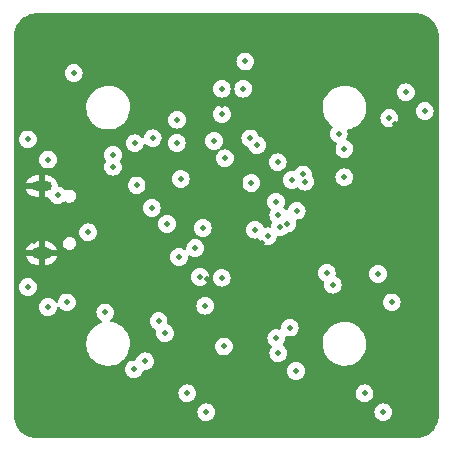
<source format=gbr>
%TF.GenerationSoftware,KiCad,Pcbnew,7.0.6-7.0.6~ubuntu22.04.1*%
%TF.CreationDate,2023-07-18T23:37:18-07:00*%
%TF.ProjectId,NHz_F4_FC,4e487a5f-4634-45f4-9643-2e6b69636164,rev?*%
%TF.SameCoordinates,Original*%
%TF.FileFunction,Copper,L3,Inr*%
%TF.FilePolarity,Positive*%
%FSLAX46Y46*%
G04 Gerber Fmt 4.6, Leading zero omitted, Abs format (unit mm)*
G04 Created by KiCad (PCBNEW 7.0.6-7.0.6~ubuntu22.04.1) date 2023-07-18 23:37:18*
%MOMM*%
%LPD*%
G01*
G04 APERTURE LIST*
%TA.AperFunction,ComponentPad*%
%ADD10O,1.700000X1.000000*%
%TD*%
%TA.AperFunction,ComponentPad*%
%ADD11O,1.700000X0.850000*%
%TD*%
%TA.AperFunction,ViaPad*%
%ADD12C,0.500000*%
%TD*%
G04 APERTURE END LIST*
D10*
%TO.N,GND*%
%TO.C,J1*%
X114360000Y-52325000D03*
D11*
X114360000Y-46675000D03*
%TD*%
D12*
%TO.N,/RX3*%
X132022700Y-42616400D03*
X131442600Y-38400400D03*
%TO.N,/CUR*%
X131600000Y-36100000D03*
X128000000Y-50200000D03*
%TO.N,/M1*%
X129603200Y-38404300D03*
X129624400Y-40551100D03*
%TO.N,+BATT*%
X139521200Y-42212500D03*
%TO.N,GND*%
X114900000Y-35400000D03*
X135000000Y-41600000D03*
X139500000Y-51500000D03*
X141500000Y-56500000D03*
X136620100Y-48181800D03*
X128400000Y-54500000D03*
X124600000Y-42900000D03*
X133500000Y-55500000D03*
X129200000Y-58500000D03*
X144300000Y-41400000D03*
X129649700Y-39790800D03*
X141800000Y-34200000D03*
X116200000Y-64200000D03*
X125000000Y-38000000D03*
X124200000Y-60800000D03*
X113100000Y-33600000D03*
X146200000Y-37500000D03*
X120600000Y-53500000D03*
X132800000Y-65800000D03*
X125700000Y-62200000D03*
X143000000Y-43500000D03*
X113700000Y-51300000D03*
X141000000Y-53500000D03*
X125000000Y-38000000D03*
X123600000Y-55900000D03*
X119300000Y-49700000D03*
X136900000Y-34400000D03*
X125000000Y-40600000D03*
X143229000Y-48693400D03*
X113700000Y-47700000D03*
X145000000Y-37500000D03*
X141800000Y-35700000D03*
X121400000Y-52100000D03*
X136334300Y-44415900D03*
X131200000Y-64200000D03*
X147620300Y-50764600D03*
X119400000Y-46800000D03*
X117900000Y-65900000D03*
X133000000Y-51500000D03*
%TO.N,+3.3V*%
X145200000Y-38700000D03*
X146800000Y-40300000D03*
X122230100Y-43019400D03*
X139997300Y-45899700D03*
X123684600Y-48495600D03*
X123760400Y-42603200D03*
X126007000Y-52648600D03*
%TO.N,Net-(U1-BOOT0)*%
X124815400Y-59105400D03*
X127775700Y-54330600D03*
%TO.N,/STM32F405RGTx/PA7_MOSI1*%
X136500700Y-45665600D03*
%TO.N,/STM32F405RGTx/PA6_MISO1*%
X136679700Y-46270800D03*
%TO.N,/STM32F405RGTx/PA5_SCK1*%
X135560800Y-46128400D03*
%TO.N,VBUS*%
X118300000Y-50567500D03*
%TO.N,Net-(J1-D-)*%
X120402000Y-44000000D03*
%TO.N,Net-(J1-D+)*%
X120402000Y-45000000D03*
%TO.N,/STM32F405RGTx/PA4_NSS1*%
X134198600Y-47973400D03*
%TO.N,/STM32F405RGTx/PA3_RX2*%
X129790500Y-60230000D03*
X134404900Y-49088000D03*
%TO.N,/STM32F405RGTx/PA2_TX2*%
X134551500Y-50117800D03*
X134238400Y-59519500D03*
%TO.N,/STM32F405RGTx/PA1_RX4*%
X119751600Y-57350000D03*
X127376000Y-51901000D03*
%TO.N,/STM32F405RGTx/PA0_TX4*%
X133499998Y-50900000D03*
X122186800Y-62167900D03*
%TO.N,/STM32F405RGTx/PB10_TX3*%
X132608300Y-43197600D03*
X117085900Y-37084900D03*
%TO.N,/STM32F405RGTx/PC7_RX6*%
X126127900Y-46042600D03*
X123122700Y-61480200D03*
%TO.N,+5V*%
X143300000Y-65800000D03*
X113200000Y-55200000D03*
X141700000Y-64200000D03*
X116500000Y-56500000D03*
X140000000Y-43500000D03*
X114900000Y-44400000D03*
X134400000Y-60800000D03*
X143800000Y-40900000D03*
X135900000Y-62300000D03*
X138500000Y-54000000D03*
X113200000Y-42700000D03*
X128300000Y-65800000D03*
X126700000Y-64200000D03*
X144000000Y-56500000D03*
X114900000Y-56900000D03*
%TO.N,/SDA1*%
X128211900Y-56770700D03*
X139000000Y-55000000D03*
X129598900Y-54409900D03*
%TO.N,/LIS3DH_INT_PIN*%
X134341600Y-44631000D03*
X142850100Y-54080400D03*
%TO.N,/MMA8451_INT_PIN*%
X124262900Y-58077100D03*
X115710000Y-47437100D03*
%TO.N,/STM32F405RGTx/RST*%
X132412800Y-50336700D03*
%TO.N,/MOSI2*%
X125837200Y-41022400D03*
X125800000Y-43000000D03*
%TO.N,/Stat_LED*%
X135143500Y-49826600D03*
X135369200Y-58625500D03*
%TO.N,/STM32F405RGTx/PA14_SWCLK*%
X124990400Y-49848500D03*
%TO.N,/STM32F405RGTx/PA13_SWDIO*%
X122398900Y-46594200D03*
%TO.N,/MOSI3*%
X135966300Y-48722100D03*
%TO.N,/MISO3*%
X132125800Y-46381100D03*
%TO.N,/SCK3*%
X129876700Y-44292600D03*
%TO.N,/SS3*%
X128969600Y-42818900D03*
%TD*%
%TA.AperFunction,Conductor*%
%TO.N,GND*%
G36*
X146002019Y-32000633D02*
G01*
X146037198Y-32002938D01*
X146083708Y-32005986D01*
X146265459Y-32018985D01*
X146273100Y-32020015D01*
X146366738Y-32038641D01*
X146389420Y-32043153D01*
X146415023Y-32048722D01*
X146533666Y-32074531D01*
X146540383Y-32076395D01*
X146659437Y-32116809D01*
X146756671Y-32153076D01*
X146791741Y-32166157D01*
X146797499Y-32168643D01*
X146912952Y-32225578D01*
X147034906Y-32292170D01*
X147039633Y-32295031D01*
X147096571Y-32333076D01*
X147146649Y-32366537D01*
X147149358Y-32368454D01*
X147258652Y-32450271D01*
X147262345Y-32453265D01*
X147359502Y-32538469D01*
X147362448Y-32541228D01*
X147458769Y-32637549D01*
X147461526Y-32640492D01*
X147546729Y-32737648D01*
X147549732Y-32741353D01*
X147601564Y-32810592D01*
X147631543Y-32850639D01*
X147633461Y-32853349D01*
X147704962Y-32960357D01*
X147707828Y-32965091D01*
X147774421Y-33087047D01*
X147831355Y-33202499D01*
X147833841Y-33208257D01*
X147870212Y-33305768D01*
X147883201Y-33340592D01*
X147923597Y-33459596D01*
X147925472Y-33466352D01*
X147956846Y-33610579D01*
X147979980Y-33726880D01*
X147981015Y-33734560D01*
X147994017Y-33916351D01*
X147999366Y-33997967D01*
X147999499Y-34002023D01*
X147999499Y-65997977D01*
X147999366Y-66002034D01*
X147994013Y-66083697D01*
X147981016Y-66265430D01*
X147979981Y-66273110D01*
X147956835Y-66389472D01*
X147925473Y-66533638D01*
X147923598Y-66540393D01*
X147883181Y-66659459D01*
X147833846Y-66791731D01*
X147831360Y-66797489D01*
X147774409Y-66912975D01*
X147707834Y-67034896D01*
X147704968Y-67039629D01*
X147633447Y-67146669D01*
X147631529Y-67149380D01*
X147549754Y-67258619D01*
X147546733Y-67262345D01*
X147461514Y-67359518D01*
X147458740Y-67362480D01*
X147362478Y-67458741D01*
X147359516Y-67461516D01*
X147262344Y-67546732D01*
X147258619Y-67549752D01*
X147149371Y-67631535D01*
X147146660Y-67633453D01*
X147039633Y-67704966D01*
X147034899Y-67707833D01*
X146912974Y-67774409D01*
X146797488Y-67831360D01*
X146791730Y-67833846D01*
X146659458Y-67883181D01*
X146540392Y-67923598D01*
X146533637Y-67925473D01*
X146389471Y-67956835D01*
X146273109Y-67979981D01*
X146265429Y-67981016D01*
X146083815Y-67994005D01*
X146029102Y-67997591D01*
X146002009Y-67999367D01*
X145997959Y-67999500D01*
X114002025Y-67999500D01*
X113997975Y-67999367D01*
X113974785Y-67997847D01*
X113916402Y-67994020D01*
X113734554Y-67981014D01*
X113726874Y-67979979D01*
X113610635Y-67956858D01*
X113466344Y-67925469D01*
X113459589Y-67923594D01*
X113385360Y-67898397D01*
X113340608Y-67883205D01*
X113309229Y-67871502D01*
X113208249Y-67833837D01*
X113202491Y-67831351D01*
X113087060Y-67774427D01*
X112965093Y-67707828D01*
X112960359Y-67704962D01*
X112853350Y-67633462D01*
X112850652Y-67631552D01*
X112741343Y-67549724D01*
X112737646Y-67546727D01*
X112640501Y-67461533D01*
X112637557Y-67458776D01*
X112541234Y-67362453D01*
X112538460Y-67359491D01*
X112453292Y-67262376D01*
X112450271Y-67258650D01*
X112368435Y-67149330D01*
X112366517Y-67146620D01*
X112295036Y-67039641D01*
X112292177Y-67034917D01*
X112225567Y-66912930D01*
X112168647Y-66797508D01*
X112166161Y-66791750D01*
X112162324Y-66781464D01*
X112116795Y-66659397D01*
X112076399Y-66540393D01*
X112074534Y-66533675D01*
X112043148Y-66389399D01*
X112020015Y-66273101D01*
X112018988Y-66265476D01*
X112005973Y-66083515D01*
X112000632Y-66002022D01*
X112000501Y-65998009D01*
X112000501Y-65800002D01*
X127544751Y-65800002D01*
X127563685Y-65968056D01*
X127619545Y-66127694D01*
X127619547Y-66127697D01*
X127709518Y-66270884D01*
X127709523Y-66270890D01*
X127829109Y-66390476D01*
X127829115Y-66390481D01*
X127972302Y-66480452D01*
X127972305Y-66480454D01*
X127972309Y-66480455D01*
X127972310Y-66480456D01*
X128044913Y-66505860D01*
X128131943Y-66536314D01*
X128299997Y-66555249D01*
X128300000Y-66555249D01*
X128300003Y-66555249D01*
X128468056Y-66536314D01*
X128475704Y-66533638D01*
X128627690Y-66480456D01*
X128627692Y-66480454D01*
X128627694Y-66480454D01*
X128627697Y-66480452D01*
X128770884Y-66390481D01*
X128770885Y-66390480D01*
X128770890Y-66390477D01*
X128890477Y-66270890D01*
X128980452Y-66127697D01*
X128980454Y-66127694D01*
X128980454Y-66127692D01*
X128980456Y-66127690D01*
X129036313Y-65968059D01*
X129036313Y-65968058D01*
X129036314Y-65968056D01*
X129055249Y-65800002D01*
X142544751Y-65800002D01*
X142563685Y-65968056D01*
X142619545Y-66127694D01*
X142619547Y-66127697D01*
X142709518Y-66270884D01*
X142709523Y-66270890D01*
X142829109Y-66390476D01*
X142829115Y-66390481D01*
X142972302Y-66480452D01*
X142972305Y-66480454D01*
X142972309Y-66480455D01*
X142972310Y-66480456D01*
X143044913Y-66505860D01*
X143131943Y-66536314D01*
X143299997Y-66555249D01*
X143300000Y-66555249D01*
X143300003Y-66555249D01*
X143468056Y-66536314D01*
X143475704Y-66533638D01*
X143627690Y-66480456D01*
X143627692Y-66480454D01*
X143627694Y-66480454D01*
X143627697Y-66480452D01*
X143770884Y-66390481D01*
X143770885Y-66390480D01*
X143770890Y-66390477D01*
X143890477Y-66270890D01*
X143980452Y-66127697D01*
X143980454Y-66127694D01*
X143980454Y-66127692D01*
X143980456Y-66127690D01*
X144036313Y-65968059D01*
X144036313Y-65968058D01*
X144036314Y-65968056D01*
X144055249Y-65800002D01*
X144055249Y-65799997D01*
X144036314Y-65631943D01*
X143980454Y-65472305D01*
X143980452Y-65472302D01*
X143890481Y-65329115D01*
X143890476Y-65329109D01*
X143770890Y-65209523D01*
X143770884Y-65209518D01*
X143627697Y-65119547D01*
X143627694Y-65119545D01*
X143468056Y-65063685D01*
X143300003Y-65044751D01*
X143299997Y-65044751D01*
X143131943Y-65063685D01*
X142972305Y-65119545D01*
X142972302Y-65119547D01*
X142829115Y-65209518D01*
X142829109Y-65209523D01*
X142709523Y-65329109D01*
X142709518Y-65329115D01*
X142619547Y-65472302D01*
X142619545Y-65472305D01*
X142563685Y-65631943D01*
X142544751Y-65799997D01*
X142544751Y-65800002D01*
X129055249Y-65800002D01*
X129055249Y-65799997D01*
X129036314Y-65631943D01*
X128980454Y-65472305D01*
X128980452Y-65472302D01*
X128890481Y-65329115D01*
X128890476Y-65329109D01*
X128770890Y-65209523D01*
X128770884Y-65209518D01*
X128627697Y-65119547D01*
X128627694Y-65119545D01*
X128468056Y-65063685D01*
X128300003Y-65044751D01*
X128299997Y-65044751D01*
X128131943Y-65063685D01*
X127972305Y-65119545D01*
X127972302Y-65119547D01*
X127829115Y-65209518D01*
X127829109Y-65209523D01*
X127709523Y-65329109D01*
X127709518Y-65329115D01*
X127619547Y-65472302D01*
X127619545Y-65472305D01*
X127563685Y-65631943D01*
X127544751Y-65799997D01*
X127544751Y-65800002D01*
X112000501Y-65800002D01*
X112000501Y-64200002D01*
X125944751Y-64200002D01*
X125963685Y-64368056D01*
X126019545Y-64527694D01*
X126019547Y-64527697D01*
X126109518Y-64670884D01*
X126109523Y-64670890D01*
X126229109Y-64790476D01*
X126229115Y-64790481D01*
X126372302Y-64880452D01*
X126372305Y-64880454D01*
X126372309Y-64880455D01*
X126372310Y-64880456D01*
X126444913Y-64905860D01*
X126531943Y-64936314D01*
X126699997Y-64955249D01*
X126700000Y-64955249D01*
X126700003Y-64955249D01*
X126868056Y-64936314D01*
X126868059Y-64936313D01*
X127027690Y-64880456D01*
X127027692Y-64880454D01*
X127027694Y-64880454D01*
X127027697Y-64880452D01*
X127170884Y-64790481D01*
X127170885Y-64790480D01*
X127170890Y-64790477D01*
X127290477Y-64670890D01*
X127380452Y-64527697D01*
X127380454Y-64527694D01*
X127380454Y-64527692D01*
X127380456Y-64527690D01*
X127436313Y-64368059D01*
X127436313Y-64368058D01*
X127436314Y-64368056D01*
X127455249Y-64200002D01*
X140944751Y-64200002D01*
X140963685Y-64368056D01*
X141019545Y-64527694D01*
X141019547Y-64527697D01*
X141109518Y-64670884D01*
X141109523Y-64670890D01*
X141229109Y-64790476D01*
X141229115Y-64790481D01*
X141372302Y-64880452D01*
X141372305Y-64880454D01*
X141372309Y-64880455D01*
X141372310Y-64880456D01*
X141444913Y-64905860D01*
X141531943Y-64936314D01*
X141699997Y-64955249D01*
X141700000Y-64955249D01*
X141700003Y-64955249D01*
X141868056Y-64936314D01*
X141868059Y-64936313D01*
X142027690Y-64880456D01*
X142027692Y-64880454D01*
X142027694Y-64880454D01*
X142027697Y-64880452D01*
X142170884Y-64790481D01*
X142170885Y-64790480D01*
X142170890Y-64790477D01*
X142290477Y-64670890D01*
X142380452Y-64527697D01*
X142380454Y-64527694D01*
X142380454Y-64527692D01*
X142380456Y-64527690D01*
X142436313Y-64368059D01*
X142436313Y-64368058D01*
X142436314Y-64368056D01*
X142455249Y-64200002D01*
X142455249Y-64199997D01*
X142436314Y-64031943D01*
X142380454Y-63872305D01*
X142380452Y-63872302D01*
X142290481Y-63729115D01*
X142290476Y-63729109D01*
X142170890Y-63609523D01*
X142170884Y-63609518D01*
X142027697Y-63519547D01*
X142027694Y-63519545D01*
X141868056Y-63463685D01*
X141700003Y-63444751D01*
X141699997Y-63444751D01*
X141531943Y-63463685D01*
X141372305Y-63519545D01*
X141372302Y-63519547D01*
X141229115Y-63609518D01*
X141229109Y-63609523D01*
X141109523Y-63729109D01*
X141109518Y-63729115D01*
X141019547Y-63872302D01*
X141019545Y-63872305D01*
X140963685Y-64031943D01*
X140944751Y-64199997D01*
X140944751Y-64200002D01*
X127455249Y-64200002D01*
X127455249Y-64199997D01*
X127436314Y-64031943D01*
X127380454Y-63872305D01*
X127380452Y-63872302D01*
X127290481Y-63729115D01*
X127290476Y-63729109D01*
X127170890Y-63609523D01*
X127170884Y-63609518D01*
X127027697Y-63519547D01*
X127027694Y-63519545D01*
X126868056Y-63463685D01*
X126700003Y-63444751D01*
X126699997Y-63444751D01*
X126531943Y-63463685D01*
X126372305Y-63519545D01*
X126372302Y-63519547D01*
X126229115Y-63609518D01*
X126229109Y-63609523D01*
X126109523Y-63729109D01*
X126109518Y-63729115D01*
X126019547Y-63872302D01*
X126019545Y-63872305D01*
X125963685Y-64031943D01*
X125944751Y-64199997D01*
X125944751Y-64200002D01*
X112000501Y-64200002D01*
X112000501Y-62167902D01*
X121431551Y-62167902D01*
X121450485Y-62335956D01*
X121506345Y-62495594D01*
X121506347Y-62495597D01*
X121596318Y-62638784D01*
X121596323Y-62638790D01*
X121715909Y-62758376D01*
X121715915Y-62758381D01*
X121859102Y-62848352D01*
X121859105Y-62848354D01*
X121859109Y-62848355D01*
X121859110Y-62848356D01*
X121931713Y-62873760D01*
X122018743Y-62904214D01*
X122186797Y-62923149D01*
X122186800Y-62923149D01*
X122186803Y-62923149D01*
X122354856Y-62904214D01*
X122354859Y-62904213D01*
X122514490Y-62848356D01*
X122514492Y-62848354D01*
X122514494Y-62848354D01*
X122514497Y-62848352D01*
X122657684Y-62758381D01*
X122657685Y-62758380D01*
X122657690Y-62758377D01*
X122777277Y-62638790D01*
X122867254Y-62495594D01*
X122867255Y-62495591D01*
X122867256Y-62495590D01*
X122923113Y-62335959D01*
X122923113Y-62335957D01*
X122923114Y-62335955D01*
X122924663Y-62329170D01*
X122926350Y-62329555D01*
X122938762Y-62300002D01*
X135144751Y-62300002D01*
X135163685Y-62468056D01*
X135219545Y-62627694D01*
X135219547Y-62627697D01*
X135309518Y-62770884D01*
X135309523Y-62770890D01*
X135429109Y-62890476D01*
X135429115Y-62890481D01*
X135572302Y-62980452D01*
X135572305Y-62980454D01*
X135572309Y-62980455D01*
X135572310Y-62980456D01*
X135644913Y-63005860D01*
X135731943Y-63036314D01*
X135899997Y-63055249D01*
X135900000Y-63055249D01*
X135900003Y-63055249D01*
X136068056Y-63036314D01*
X136068059Y-63036313D01*
X136227690Y-62980456D01*
X136227692Y-62980454D01*
X136227694Y-62980454D01*
X136227697Y-62980452D01*
X136370884Y-62890481D01*
X136370885Y-62890480D01*
X136370890Y-62890477D01*
X136490477Y-62770890D01*
X136498337Y-62758381D01*
X136580452Y-62627697D01*
X136580454Y-62627694D01*
X136580454Y-62627692D01*
X136580456Y-62627690D01*
X136636313Y-62468059D01*
X136636313Y-62468058D01*
X136636314Y-62468056D01*
X136655249Y-62300002D01*
X136655249Y-62299997D01*
X136636314Y-62131943D01*
X136580454Y-61972305D01*
X136580452Y-61972302D01*
X136490481Y-61829115D01*
X136490476Y-61829109D01*
X136370890Y-61709523D01*
X136370884Y-61709518D01*
X136227697Y-61619547D01*
X136227694Y-61619545D01*
X136068056Y-61563685D01*
X135900003Y-61544751D01*
X135899997Y-61544751D01*
X135731943Y-61563685D01*
X135572305Y-61619545D01*
X135572302Y-61619547D01*
X135429115Y-61709518D01*
X135429109Y-61709523D01*
X135309523Y-61829109D01*
X135309518Y-61829115D01*
X135219547Y-61972302D01*
X135219545Y-61972305D01*
X135163685Y-62131943D01*
X135144751Y-62299997D01*
X135144751Y-62300002D01*
X122938762Y-62300002D01*
X122949966Y-62273326D01*
X123007554Y-62233760D01*
X123060016Y-62228386D01*
X123107710Y-62233760D01*
X123122699Y-62235449D01*
X123122700Y-62235449D01*
X123122703Y-62235449D01*
X123290756Y-62216514D01*
X123308143Y-62210430D01*
X123450390Y-62160656D01*
X123450392Y-62160654D01*
X123450394Y-62160654D01*
X123450397Y-62160652D01*
X123593584Y-62070681D01*
X123593585Y-62070680D01*
X123593590Y-62070677D01*
X123713177Y-61951090D01*
X123713181Y-61951084D01*
X123803152Y-61807897D01*
X123803154Y-61807894D01*
X123803154Y-61807892D01*
X123803156Y-61807890D01*
X123859013Y-61648259D01*
X123859013Y-61648258D01*
X123859014Y-61648256D01*
X123877949Y-61480202D01*
X123877949Y-61480197D01*
X123859014Y-61312143D01*
X123815186Y-61186890D01*
X123803156Y-61152510D01*
X123803155Y-61152509D01*
X123803154Y-61152505D01*
X123803152Y-61152502D01*
X123713181Y-61009315D01*
X123713176Y-61009309D01*
X123593590Y-60889723D01*
X123593584Y-60889718D01*
X123450397Y-60799747D01*
X123450394Y-60799745D01*
X123290756Y-60743885D01*
X123122703Y-60724951D01*
X123122697Y-60724951D01*
X122954643Y-60743885D01*
X122795005Y-60799745D01*
X122795002Y-60799747D01*
X122651815Y-60889718D01*
X122651809Y-60889723D01*
X122532223Y-61009309D01*
X122532218Y-61009315D01*
X122442247Y-61152502D01*
X122442245Y-61152505D01*
X122386384Y-61312146D01*
X122384837Y-61318929D01*
X122383153Y-61318544D01*
X122359518Y-61374792D01*
X122301922Y-61414346D01*
X122249482Y-61419713D01*
X122186804Y-61412651D01*
X122186797Y-61412651D01*
X122018743Y-61431585D01*
X121859105Y-61487445D01*
X121859102Y-61487447D01*
X121715915Y-61577418D01*
X121715909Y-61577423D01*
X121596323Y-61697009D01*
X121596318Y-61697015D01*
X121506347Y-61840202D01*
X121506345Y-61840205D01*
X121450485Y-61999843D01*
X121431551Y-62167897D01*
X121431551Y-62167902D01*
X112000501Y-62167902D01*
X112000501Y-60067763D01*
X118145787Y-60067763D01*
X118175413Y-60337013D01*
X118175415Y-60337024D01*
X118233105Y-60557690D01*
X118243928Y-60599088D01*
X118349870Y-60848390D01*
X118490979Y-61079605D01*
X118490986Y-61079615D01*
X118664253Y-61287819D01*
X118664259Y-61287824D01*
X118761322Y-61374792D01*
X118865998Y-61468582D01*
X119091910Y-61618044D01*
X119337176Y-61733020D01*
X119337183Y-61733022D01*
X119337185Y-61733023D01*
X119596557Y-61811057D01*
X119596564Y-61811058D01*
X119596569Y-61811060D01*
X119864561Y-61850500D01*
X119864566Y-61850500D01*
X120067636Y-61850500D01*
X120119133Y-61846730D01*
X120270156Y-61835677D01*
X120382758Y-61810593D01*
X120534546Y-61776782D01*
X120534548Y-61776781D01*
X120534553Y-61776780D01*
X120787558Y-61680014D01*
X121023777Y-61547441D01*
X121238177Y-61381888D01*
X121426186Y-61186881D01*
X121583799Y-60966579D01*
X121698294Y-60743885D01*
X121707649Y-60725690D01*
X121707651Y-60725684D01*
X121707656Y-60725675D01*
X121795118Y-60469305D01*
X121839319Y-60230002D01*
X129035251Y-60230002D01*
X129054185Y-60398056D01*
X129110045Y-60557694D01*
X129110047Y-60557697D01*
X129200018Y-60700884D01*
X129200023Y-60700890D01*
X129319609Y-60820476D01*
X129319615Y-60820481D01*
X129462802Y-60910452D01*
X129462805Y-60910454D01*
X129462809Y-60910455D01*
X129462810Y-60910456D01*
X129535413Y-60935860D01*
X129622443Y-60966314D01*
X129790497Y-60985249D01*
X129790500Y-60985249D01*
X129790503Y-60985249D01*
X129958556Y-60966314D01*
X129958559Y-60966313D01*
X130118190Y-60910456D01*
X130118192Y-60910454D01*
X130118194Y-60910454D01*
X130118197Y-60910452D01*
X130261384Y-60820481D01*
X130261385Y-60820480D01*
X130261390Y-60820477D01*
X130380977Y-60700890D01*
X130470952Y-60557697D01*
X130470954Y-60557694D01*
X130470954Y-60557692D01*
X130470956Y-60557690D01*
X130526813Y-60398059D01*
X130526813Y-60398058D01*
X130526814Y-60398056D01*
X130545749Y-60230002D01*
X130545749Y-60229997D01*
X130526814Y-60061943D01*
X130470954Y-59902305D01*
X130470952Y-59902302D01*
X130380981Y-59759115D01*
X130380976Y-59759109D01*
X130261390Y-59639523D01*
X130261384Y-59639518D01*
X130118197Y-59549547D01*
X130118194Y-59549545D01*
X130032336Y-59519502D01*
X133483151Y-59519502D01*
X133502085Y-59687556D01*
X133557945Y-59847194D01*
X133557947Y-59847197D01*
X133647918Y-59990384D01*
X133647923Y-59990390D01*
X133767510Y-60109977D01*
X133782736Y-60119544D01*
X133796227Y-60128021D01*
X133842518Y-60180356D01*
X133853166Y-60249410D01*
X133824791Y-60313258D01*
X133817940Y-60320693D01*
X133809518Y-60329115D01*
X133719547Y-60472302D01*
X133719545Y-60472305D01*
X133663685Y-60631943D01*
X133644751Y-60799997D01*
X133644751Y-60800002D01*
X133663685Y-60968056D01*
X133719545Y-61127694D01*
X133719547Y-61127697D01*
X133809518Y-61270884D01*
X133809523Y-61270890D01*
X133929109Y-61390476D01*
X133929115Y-61390481D01*
X134072302Y-61480452D01*
X134072305Y-61480454D01*
X134072309Y-61480455D01*
X134072310Y-61480456D01*
X134144913Y-61505860D01*
X134231943Y-61536314D01*
X134399997Y-61555249D01*
X134400000Y-61555249D01*
X134400003Y-61555249D01*
X134568056Y-61536314D01*
X134568059Y-61536313D01*
X134727690Y-61480456D01*
X134727692Y-61480454D01*
X134727694Y-61480454D01*
X134727697Y-61480452D01*
X134870884Y-61390481D01*
X134870885Y-61390480D01*
X134870890Y-61390477D01*
X134990477Y-61270890D01*
X135043258Y-61186890D01*
X135080452Y-61127697D01*
X135080454Y-61127694D01*
X135080454Y-61127692D01*
X135080456Y-61127690D01*
X135136313Y-60968059D01*
X135136313Y-60968058D01*
X135136314Y-60968056D01*
X135155249Y-60800002D01*
X135155249Y-60799997D01*
X135136314Y-60631943D01*
X135080454Y-60472305D01*
X135080452Y-60472302D01*
X134990481Y-60329115D01*
X134990476Y-60329109D01*
X134870890Y-60209523D01*
X134870887Y-60209521D01*
X134842171Y-60191477D01*
X134795880Y-60139142D01*
X134785233Y-60070088D01*
X134786266Y-60067763D01*
X138145787Y-60067763D01*
X138175413Y-60337013D01*
X138175415Y-60337024D01*
X138233105Y-60557690D01*
X138243928Y-60599088D01*
X138349870Y-60848390D01*
X138490979Y-61079605D01*
X138490986Y-61079615D01*
X138664253Y-61287819D01*
X138664259Y-61287824D01*
X138761322Y-61374792D01*
X138865998Y-61468582D01*
X139091910Y-61618044D01*
X139337176Y-61733020D01*
X139337183Y-61733022D01*
X139337185Y-61733023D01*
X139596557Y-61811057D01*
X139596564Y-61811058D01*
X139596569Y-61811060D01*
X139864561Y-61850500D01*
X139864566Y-61850500D01*
X140067636Y-61850500D01*
X140119133Y-61846730D01*
X140270156Y-61835677D01*
X140382758Y-61810593D01*
X140534546Y-61776782D01*
X140534548Y-61776781D01*
X140534553Y-61776780D01*
X140787558Y-61680014D01*
X141023777Y-61547441D01*
X141238177Y-61381888D01*
X141426186Y-61186881D01*
X141583799Y-60966579D01*
X141698294Y-60743885D01*
X141707649Y-60725690D01*
X141707651Y-60725684D01*
X141707656Y-60725675D01*
X141795118Y-60469305D01*
X141844319Y-60202933D01*
X141854212Y-59932235D01*
X141824586Y-59662982D01*
X141756072Y-59400912D01*
X141650130Y-59151610D01*
X141509018Y-58920390D01*
X141441324Y-58839047D01*
X141335746Y-58712180D01*
X141335740Y-58712175D01*
X141134002Y-58531418D01*
X140908092Y-58381957D01*
X140862772Y-58360712D01*
X140662824Y-58266980D01*
X140662819Y-58266978D01*
X140662814Y-58266976D01*
X140403442Y-58188942D01*
X140403428Y-58188939D01*
X140287791Y-58171921D01*
X140135439Y-58149500D01*
X139932369Y-58149500D01*
X139932364Y-58149500D01*
X139729844Y-58164323D01*
X139729831Y-58164325D01*
X139465453Y-58223217D01*
X139465446Y-58223220D01*
X139212439Y-58319987D01*
X138976226Y-58452557D01*
X138761822Y-58618112D01*
X138573822Y-58813109D01*
X138573816Y-58813116D01*
X138416202Y-59033419D01*
X138416199Y-59033424D01*
X138292350Y-59274309D01*
X138292343Y-59274327D01*
X138204884Y-59530685D01*
X138204881Y-59530699D01*
X138184781Y-59639523D01*
X138157753Y-59785852D01*
X138155681Y-59797068D01*
X138155680Y-59797075D01*
X138145787Y-60067763D01*
X134786266Y-60067763D01*
X134813609Y-60006240D01*
X134820442Y-59998824D01*
X134828877Y-59990390D01*
X134828881Y-59990384D01*
X134918852Y-59847197D01*
X134918854Y-59847194D01*
X134918854Y-59847192D01*
X134918856Y-59847190D01*
X134974713Y-59687559D01*
X134974713Y-59687558D01*
X134974714Y-59687556D01*
X134993649Y-59519502D01*
X134993649Y-59519497D01*
X134988732Y-59475861D01*
X135000786Y-59407039D01*
X135048135Y-59355660D01*
X135115745Y-59338035D01*
X135152907Y-59344936D01*
X135201139Y-59361813D01*
X135369197Y-59380749D01*
X135369200Y-59380749D01*
X135369203Y-59380749D01*
X135537256Y-59361814D01*
X135554843Y-59355660D01*
X135696890Y-59305956D01*
X135696892Y-59305954D01*
X135696894Y-59305954D01*
X135696897Y-59305952D01*
X135840084Y-59215981D01*
X135840085Y-59215980D01*
X135840090Y-59215977D01*
X135959677Y-59096390D01*
X135989696Y-59048615D01*
X136049652Y-58953197D01*
X136049654Y-58953194D01*
X136049654Y-58953192D01*
X136049656Y-58953190D01*
X136105513Y-58793559D01*
X136105513Y-58793558D01*
X136105514Y-58793556D01*
X136124449Y-58625502D01*
X136124449Y-58625497D01*
X136105514Y-58457443D01*
X136049654Y-58297805D01*
X136049652Y-58297802D01*
X135959681Y-58154615D01*
X135959676Y-58154609D01*
X135840090Y-58035023D01*
X135840084Y-58035018D01*
X135696897Y-57945047D01*
X135696894Y-57945045D01*
X135537256Y-57889185D01*
X135369203Y-57870251D01*
X135369197Y-57870251D01*
X135201143Y-57889185D01*
X135041505Y-57945045D01*
X135041502Y-57945047D01*
X134898315Y-58035018D01*
X134898309Y-58035023D01*
X134778723Y-58154609D01*
X134778718Y-58154615D01*
X134688747Y-58297802D01*
X134688745Y-58297805D01*
X134632885Y-58457443D01*
X134613951Y-58625497D01*
X134613951Y-58625505D01*
X134618867Y-58669140D01*
X134606812Y-58737961D01*
X134559462Y-58789340D01*
X134491852Y-58806964D01*
X134454693Y-58800064D01*
X134406457Y-58783186D01*
X134238403Y-58764251D01*
X134238397Y-58764251D01*
X134070343Y-58783185D01*
X133910705Y-58839045D01*
X133910702Y-58839047D01*
X133767515Y-58929018D01*
X133767509Y-58929023D01*
X133647923Y-59048609D01*
X133647918Y-59048615D01*
X133557947Y-59191802D01*
X133557945Y-59191805D01*
X133502085Y-59351443D01*
X133483151Y-59519497D01*
X133483151Y-59519502D01*
X130032336Y-59519502D01*
X129958556Y-59493685D01*
X129790503Y-59474751D01*
X129790497Y-59474751D01*
X129622443Y-59493685D01*
X129462805Y-59549545D01*
X129462802Y-59549547D01*
X129319615Y-59639518D01*
X129319609Y-59639523D01*
X129200023Y-59759109D01*
X129200018Y-59759115D01*
X129110047Y-59902302D01*
X129110045Y-59902305D01*
X129054185Y-60061943D01*
X129035251Y-60229997D01*
X129035251Y-60230002D01*
X121839319Y-60230002D01*
X121844319Y-60202933D01*
X121854212Y-59932235D01*
X121824586Y-59662982D01*
X121756072Y-59400912D01*
X121650130Y-59151610D01*
X121509018Y-58920390D01*
X121441324Y-58839047D01*
X121335746Y-58712180D01*
X121335740Y-58712175D01*
X121134002Y-58531418D01*
X120908092Y-58381957D01*
X120862772Y-58360712D01*
X120662824Y-58266980D01*
X120662819Y-58266978D01*
X120662814Y-58266976D01*
X120403442Y-58188942D01*
X120403428Y-58188939D01*
X120312807Y-58175603D01*
X120268841Y-58169132D01*
X120205383Y-58139897D01*
X120167804Y-58080994D01*
X120167817Y-58077102D01*
X123507651Y-58077102D01*
X123526585Y-58245156D01*
X123582445Y-58404794D01*
X123582447Y-58404797D01*
X123672418Y-58547984D01*
X123672423Y-58547990D01*
X123792009Y-58667576D01*
X123792015Y-58667581D01*
X123935202Y-58757552D01*
X123935207Y-58757555D01*
X123935210Y-58757556D01*
X124002396Y-58781065D01*
X124059172Y-58821787D01*
X124084920Y-58886739D01*
X124079564Y-58930307D01*
X124080636Y-58930552D01*
X124079086Y-58937341D01*
X124060151Y-59105397D01*
X124060151Y-59105402D01*
X124079085Y-59273456D01*
X124134945Y-59433094D01*
X124134947Y-59433097D01*
X124224918Y-59576284D01*
X124224923Y-59576290D01*
X124344509Y-59695876D01*
X124344515Y-59695881D01*
X124487702Y-59785852D01*
X124487705Y-59785854D01*
X124487709Y-59785855D01*
X124487710Y-59785856D01*
X124560313Y-59811260D01*
X124647343Y-59841714D01*
X124815397Y-59860649D01*
X124815400Y-59860649D01*
X124815403Y-59860649D01*
X124983456Y-59841714D01*
X124983459Y-59841713D01*
X125143090Y-59785856D01*
X125143092Y-59785854D01*
X125143094Y-59785854D01*
X125143097Y-59785852D01*
X125286284Y-59695881D01*
X125286285Y-59695880D01*
X125286290Y-59695877D01*
X125405877Y-59576290D01*
X125434524Y-59530699D01*
X125495852Y-59433097D01*
X125495854Y-59433094D01*
X125495854Y-59433092D01*
X125495856Y-59433090D01*
X125551713Y-59273459D01*
X125551713Y-59273458D01*
X125551714Y-59273456D01*
X125570649Y-59105402D01*
X125570649Y-59105397D01*
X125551714Y-58937343D01*
X125508245Y-58813116D01*
X125495856Y-58777710D01*
X125495855Y-58777709D01*
X125495854Y-58777705D01*
X125495852Y-58777702D01*
X125405881Y-58634515D01*
X125405876Y-58634509D01*
X125286290Y-58514923D01*
X125286284Y-58514918D01*
X125143097Y-58424947D01*
X125143091Y-58424944D01*
X125075902Y-58401434D01*
X125019125Y-58360712D01*
X124993378Y-58295759D01*
X124998740Y-58252186D01*
X124997665Y-58251941D01*
X124999211Y-58245164D01*
X124999213Y-58245159D01*
X125018149Y-58077100D01*
X125013408Y-58035023D01*
X124999214Y-57909043D01*
X124943354Y-57749405D01*
X124943352Y-57749402D01*
X124853381Y-57606215D01*
X124853376Y-57606209D01*
X124733790Y-57486623D01*
X124733784Y-57486618D01*
X124590597Y-57396647D01*
X124590594Y-57396645D01*
X124430956Y-57340785D01*
X124262903Y-57321851D01*
X124262897Y-57321851D01*
X124094843Y-57340785D01*
X123935205Y-57396645D01*
X123935202Y-57396647D01*
X123792015Y-57486618D01*
X123792009Y-57486623D01*
X123672423Y-57606209D01*
X123672418Y-57606215D01*
X123582447Y-57749402D01*
X123582445Y-57749405D01*
X123526585Y-57909043D01*
X123507651Y-58077097D01*
X123507651Y-58077102D01*
X120167817Y-58077102D01*
X120168035Y-58011124D01*
X120206005Y-57952472D01*
X120220925Y-57941459D01*
X120222490Y-57940477D01*
X120342077Y-57820890D01*
X120386991Y-57749410D01*
X120432052Y-57677697D01*
X120432054Y-57677694D01*
X120432054Y-57677692D01*
X120432056Y-57677690D01*
X120487913Y-57518059D01*
X120487913Y-57518058D01*
X120487914Y-57518056D01*
X120506849Y-57350002D01*
X120506849Y-57349997D01*
X120487914Y-57181943D01*
X120432054Y-57022305D01*
X120432052Y-57022302D01*
X120342081Y-56879115D01*
X120342076Y-56879109D01*
X120233669Y-56770702D01*
X127456651Y-56770702D01*
X127475585Y-56938756D01*
X127531445Y-57098394D01*
X127531447Y-57098397D01*
X127621418Y-57241584D01*
X127621423Y-57241590D01*
X127741009Y-57361176D01*
X127741015Y-57361181D01*
X127884202Y-57451152D01*
X127884205Y-57451154D01*
X127884209Y-57451155D01*
X127884210Y-57451156D01*
X127956813Y-57476560D01*
X128043843Y-57507014D01*
X128211897Y-57525949D01*
X128211900Y-57525949D01*
X128211903Y-57525949D01*
X128379956Y-57507014D01*
X128379959Y-57507013D01*
X128539590Y-57451156D01*
X128539592Y-57451154D01*
X128539594Y-57451154D01*
X128539597Y-57451152D01*
X128682784Y-57361181D01*
X128682785Y-57361180D01*
X128682790Y-57361177D01*
X128802377Y-57241590D01*
X128811107Y-57227697D01*
X128892352Y-57098397D01*
X128892354Y-57098394D01*
X128892354Y-57098392D01*
X128892356Y-57098390D01*
X128948213Y-56938759D01*
X128948213Y-56938758D01*
X128948214Y-56938756D01*
X128967149Y-56770702D01*
X128967149Y-56770697D01*
X128948214Y-56602643D01*
X128912299Y-56500002D01*
X143244751Y-56500002D01*
X143263685Y-56668056D01*
X143319545Y-56827694D01*
X143319547Y-56827697D01*
X143409518Y-56970884D01*
X143409523Y-56970890D01*
X143529109Y-57090476D01*
X143529115Y-57090481D01*
X143672302Y-57180452D01*
X143672305Y-57180454D01*
X143672309Y-57180455D01*
X143672310Y-57180456D01*
X143676560Y-57181943D01*
X143831943Y-57236314D01*
X143999997Y-57255249D01*
X144000000Y-57255249D01*
X144000003Y-57255249D01*
X144168056Y-57236314D01*
X144192682Y-57227697D01*
X144327690Y-57180456D01*
X144327692Y-57180454D01*
X144327694Y-57180454D01*
X144327697Y-57180452D01*
X144470884Y-57090481D01*
X144470885Y-57090480D01*
X144470890Y-57090477D01*
X144590477Y-56970890D01*
X144591594Y-56969112D01*
X144680452Y-56827697D01*
X144680454Y-56827694D01*
X144680454Y-56827692D01*
X144680456Y-56827690D01*
X144736313Y-56668059D01*
X144736313Y-56668058D01*
X144736314Y-56668056D01*
X144755249Y-56500002D01*
X144755249Y-56499997D01*
X144736314Y-56331943D01*
X144680454Y-56172305D01*
X144680452Y-56172302D01*
X144590481Y-56029115D01*
X144590476Y-56029109D01*
X144470890Y-55909523D01*
X144470884Y-55909518D01*
X144327697Y-55819547D01*
X144327694Y-55819545D01*
X144168056Y-55763685D01*
X144000003Y-55744751D01*
X143999997Y-55744751D01*
X143831943Y-55763685D01*
X143672305Y-55819545D01*
X143672302Y-55819547D01*
X143529115Y-55909518D01*
X143529109Y-55909523D01*
X143409523Y-56029109D01*
X143409518Y-56029115D01*
X143319547Y-56172302D01*
X143319545Y-56172305D01*
X143263685Y-56331943D01*
X143244751Y-56499997D01*
X143244751Y-56500002D01*
X128912299Y-56500002D01*
X128912298Y-56500000D01*
X128892356Y-56443010D01*
X128892355Y-56443009D01*
X128892354Y-56443005D01*
X128892352Y-56443002D01*
X128802381Y-56299815D01*
X128802376Y-56299809D01*
X128682790Y-56180223D01*
X128682784Y-56180218D01*
X128539597Y-56090247D01*
X128539594Y-56090245D01*
X128379956Y-56034385D01*
X128211903Y-56015451D01*
X128211897Y-56015451D01*
X128043843Y-56034385D01*
X127884205Y-56090245D01*
X127884202Y-56090247D01*
X127741015Y-56180218D01*
X127741009Y-56180223D01*
X127621423Y-56299809D01*
X127621418Y-56299815D01*
X127531447Y-56443002D01*
X127531445Y-56443005D01*
X127475585Y-56602643D01*
X127456651Y-56770697D01*
X127456651Y-56770702D01*
X120233669Y-56770702D01*
X120222490Y-56759523D01*
X120222484Y-56759518D01*
X120079297Y-56669547D01*
X120079294Y-56669545D01*
X119919656Y-56613685D01*
X119751603Y-56594751D01*
X119751597Y-56594751D01*
X119583543Y-56613685D01*
X119423905Y-56669545D01*
X119423902Y-56669547D01*
X119280715Y-56759518D01*
X119280709Y-56759523D01*
X119161123Y-56879109D01*
X119161118Y-56879115D01*
X119071147Y-57022302D01*
X119071145Y-57022305D01*
X119015285Y-57181943D01*
X118996351Y-57349997D01*
X118996351Y-57350002D01*
X119015285Y-57518056D01*
X119071145Y-57677694D01*
X119071147Y-57677697D01*
X119161118Y-57820884D01*
X119161123Y-57820890D01*
X119280709Y-57940476D01*
X119280715Y-57940481D01*
X119420079Y-58028050D01*
X119466370Y-58080384D01*
X119477018Y-58149438D01*
X119448643Y-58213286D01*
X119398404Y-58248861D01*
X119212439Y-58319987D01*
X118976226Y-58452557D01*
X118761822Y-58618112D01*
X118573822Y-58813109D01*
X118573816Y-58813116D01*
X118416202Y-59033419D01*
X118416199Y-59033424D01*
X118292350Y-59274309D01*
X118292343Y-59274327D01*
X118204884Y-59530685D01*
X118204881Y-59530699D01*
X118184781Y-59639523D01*
X118157753Y-59785852D01*
X118155681Y-59797068D01*
X118155680Y-59797075D01*
X118145787Y-60067763D01*
X112000501Y-60067763D01*
X112000501Y-56900002D01*
X114144751Y-56900002D01*
X114163685Y-57068056D01*
X114219545Y-57227694D01*
X114219547Y-57227697D01*
X114309518Y-57370884D01*
X114309523Y-57370890D01*
X114429109Y-57490476D01*
X114429115Y-57490481D01*
X114572302Y-57580452D01*
X114572305Y-57580454D01*
X114572309Y-57580455D01*
X114572310Y-57580456D01*
X114644913Y-57605860D01*
X114731943Y-57636314D01*
X114899997Y-57655249D01*
X114900000Y-57655249D01*
X114900003Y-57655249D01*
X115068056Y-57636314D01*
X115068059Y-57636313D01*
X115227690Y-57580456D01*
X115227692Y-57580454D01*
X115227694Y-57580454D01*
X115227697Y-57580452D01*
X115370884Y-57490481D01*
X115370885Y-57490480D01*
X115370890Y-57490477D01*
X115490477Y-57370890D01*
X115509392Y-57340787D01*
X115580452Y-57227697D01*
X115580454Y-57227694D01*
X115580454Y-57227692D01*
X115580456Y-57227690D01*
X115636313Y-57068059D01*
X115636313Y-57068057D01*
X115636314Y-57068055D01*
X115647462Y-56969112D01*
X115674528Y-56904698D01*
X115732123Y-56865143D01*
X115801960Y-56863005D01*
X115861866Y-56898963D01*
X115875675Y-56917022D01*
X115909521Y-56970888D01*
X116029109Y-57090476D01*
X116029115Y-57090481D01*
X116172302Y-57180452D01*
X116172305Y-57180454D01*
X116172309Y-57180455D01*
X116172310Y-57180456D01*
X116176560Y-57181943D01*
X116331943Y-57236314D01*
X116499997Y-57255249D01*
X116500000Y-57255249D01*
X116500003Y-57255249D01*
X116668056Y-57236314D01*
X116692682Y-57227697D01*
X116827690Y-57180456D01*
X116827692Y-57180454D01*
X116827694Y-57180454D01*
X116827697Y-57180452D01*
X116970884Y-57090481D01*
X116970885Y-57090480D01*
X116970890Y-57090477D01*
X117090477Y-56970890D01*
X117091594Y-56969112D01*
X117180452Y-56827697D01*
X117180454Y-56827694D01*
X117180454Y-56827692D01*
X117180456Y-56827690D01*
X117236313Y-56668059D01*
X117236313Y-56668058D01*
X117236314Y-56668056D01*
X117255249Y-56500002D01*
X117255249Y-56499997D01*
X117236314Y-56331943D01*
X117180454Y-56172305D01*
X117180452Y-56172302D01*
X117090481Y-56029115D01*
X117090476Y-56029109D01*
X116970890Y-55909523D01*
X116970884Y-55909518D01*
X116827697Y-55819547D01*
X116827694Y-55819545D01*
X116668056Y-55763685D01*
X116500003Y-55744751D01*
X116499997Y-55744751D01*
X116331943Y-55763685D01*
X116172305Y-55819545D01*
X116172302Y-55819547D01*
X116029115Y-55909518D01*
X116029109Y-55909523D01*
X115909523Y-56029109D01*
X115909518Y-56029115D01*
X115819547Y-56172302D01*
X115819545Y-56172305D01*
X115763685Y-56331944D01*
X115752537Y-56430888D01*
X115725470Y-56495302D01*
X115667875Y-56534857D01*
X115598038Y-56536994D01*
X115538132Y-56501035D01*
X115524323Y-56482976D01*
X115499207Y-56443005D01*
X115490477Y-56429110D01*
X115370890Y-56309523D01*
X115370884Y-56309518D01*
X115227697Y-56219547D01*
X115227694Y-56219545D01*
X115068056Y-56163685D01*
X114900003Y-56144751D01*
X114899997Y-56144751D01*
X114731943Y-56163685D01*
X114572305Y-56219545D01*
X114572302Y-56219547D01*
X114429115Y-56309518D01*
X114429109Y-56309523D01*
X114309523Y-56429109D01*
X114309518Y-56429115D01*
X114219547Y-56572302D01*
X114219545Y-56572305D01*
X114163685Y-56731943D01*
X114144751Y-56899997D01*
X114144751Y-56900002D01*
X112000501Y-56900002D01*
X112000501Y-55200002D01*
X112444751Y-55200002D01*
X112463685Y-55368056D01*
X112519545Y-55527694D01*
X112519547Y-55527697D01*
X112609518Y-55670884D01*
X112609523Y-55670890D01*
X112729109Y-55790476D01*
X112729115Y-55790481D01*
X112872302Y-55880452D01*
X112872305Y-55880454D01*
X112872309Y-55880455D01*
X112872310Y-55880456D01*
X112944913Y-55905860D01*
X113031943Y-55936314D01*
X113199997Y-55955249D01*
X113200000Y-55955249D01*
X113200003Y-55955249D01*
X113368056Y-55936314D01*
X113368059Y-55936313D01*
X113527690Y-55880456D01*
X113527692Y-55880454D01*
X113527694Y-55880454D01*
X113527697Y-55880452D01*
X113670884Y-55790481D01*
X113670885Y-55790480D01*
X113670890Y-55790477D01*
X113790477Y-55670890D01*
X113880452Y-55527697D01*
X113880454Y-55527694D01*
X113880454Y-55527692D01*
X113880456Y-55527690D01*
X113936313Y-55368059D01*
X113936313Y-55368058D01*
X113936314Y-55368056D01*
X113955249Y-55200002D01*
X113955249Y-55199997D01*
X113936314Y-55031943D01*
X113880454Y-54872305D01*
X113880452Y-54872302D01*
X113790481Y-54729115D01*
X113790476Y-54729109D01*
X113670890Y-54609523D01*
X113670884Y-54609518D01*
X113527697Y-54519547D01*
X113527694Y-54519545D01*
X113368056Y-54463685D01*
X113200003Y-54444751D01*
X113199997Y-54444751D01*
X113031943Y-54463685D01*
X112872305Y-54519545D01*
X112872302Y-54519547D01*
X112729115Y-54609518D01*
X112729109Y-54609523D01*
X112609523Y-54729109D01*
X112609518Y-54729115D01*
X112519547Y-54872302D01*
X112519545Y-54872305D01*
X112463685Y-55031943D01*
X112444751Y-55199997D01*
X112444751Y-55200002D01*
X112000501Y-55200002D01*
X112000501Y-54330602D01*
X127020451Y-54330602D01*
X127039385Y-54498656D01*
X127095245Y-54658294D01*
X127095247Y-54658297D01*
X127185218Y-54801484D01*
X127185223Y-54801490D01*
X127304809Y-54921076D01*
X127304815Y-54921081D01*
X127448002Y-55011052D01*
X127448005Y-55011054D01*
X127448009Y-55011055D01*
X127448010Y-55011056D01*
X127507696Y-55031941D01*
X127607643Y-55066914D01*
X127775697Y-55085849D01*
X127775700Y-55085849D01*
X127775703Y-55085849D01*
X127943756Y-55066914D01*
X127943759Y-55066913D01*
X128103390Y-55011056D01*
X128103392Y-55011054D01*
X128103394Y-55011054D01*
X128103397Y-55011052D01*
X128246584Y-54921081D01*
X128246585Y-54921080D01*
X128246590Y-54921077D01*
X128366177Y-54801490D01*
X128391709Y-54760856D01*
X128456152Y-54658297D01*
X128456154Y-54658294D01*
X128456154Y-54658292D01*
X128456156Y-54658290D01*
X128512013Y-54498659D01*
X128512013Y-54498658D01*
X128512014Y-54498656D01*
X128522014Y-54409902D01*
X128843651Y-54409902D01*
X128862585Y-54577956D01*
X128918445Y-54737594D01*
X128918447Y-54737597D01*
X129008418Y-54880784D01*
X129008423Y-54880790D01*
X129128009Y-55000376D01*
X129128015Y-55000381D01*
X129271202Y-55090352D01*
X129271205Y-55090354D01*
X129271209Y-55090355D01*
X129271210Y-55090356D01*
X129343813Y-55115760D01*
X129430843Y-55146214D01*
X129598897Y-55165149D01*
X129598900Y-55165149D01*
X129598903Y-55165149D01*
X129766956Y-55146214D01*
X129766959Y-55146213D01*
X129926590Y-55090356D01*
X129926592Y-55090354D01*
X129926594Y-55090354D01*
X129926597Y-55090352D01*
X130069784Y-55000381D01*
X130069785Y-55000380D01*
X130069790Y-55000377D01*
X130189377Y-54880790D01*
X130189381Y-54880784D01*
X130279352Y-54737597D01*
X130279354Y-54737594D01*
X130279354Y-54737592D01*
X130279356Y-54737590D01*
X130335213Y-54577959D01*
X130335213Y-54577958D01*
X130335214Y-54577956D01*
X130354149Y-54409902D01*
X130354149Y-54409897D01*
X130335214Y-54241843D01*
X130279354Y-54082205D01*
X130279352Y-54082202D01*
X130227702Y-54000002D01*
X137744751Y-54000002D01*
X137763685Y-54168056D01*
X137819545Y-54327694D01*
X137819547Y-54327697D01*
X137909518Y-54470884D01*
X137909523Y-54470890D01*
X138029109Y-54590476D01*
X138029115Y-54590481D01*
X138172302Y-54680452D01*
X138172310Y-54680456D01*
X138184350Y-54684669D01*
X138241126Y-54725390D01*
X138266875Y-54790342D01*
X138264290Y-54829296D01*
X138263686Y-54831941D01*
X138244751Y-54999997D01*
X138244751Y-55000002D01*
X138263685Y-55168056D01*
X138319545Y-55327694D01*
X138319547Y-55327697D01*
X138409518Y-55470884D01*
X138409523Y-55470890D01*
X138529109Y-55590476D01*
X138529115Y-55590481D01*
X138672302Y-55680452D01*
X138672305Y-55680454D01*
X138672309Y-55680455D01*
X138672310Y-55680456D01*
X138744913Y-55705860D01*
X138831943Y-55736314D01*
X138999997Y-55755249D01*
X139000000Y-55755249D01*
X139000003Y-55755249D01*
X139168056Y-55736314D01*
X139168059Y-55736313D01*
X139327690Y-55680456D01*
X139327692Y-55680454D01*
X139327694Y-55680454D01*
X139327697Y-55680452D01*
X139470884Y-55590481D01*
X139470885Y-55590480D01*
X139470890Y-55590477D01*
X139590477Y-55470890D01*
X139590481Y-55470884D01*
X139680452Y-55327697D01*
X139680454Y-55327694D01*
X139680454Y-55327692D01*
X139680456Y-55327690D01*
X139736313Y-55168059D01*
X139736313Y-55168058D01*
X139736314Y-55168056D01*
X139755249Y-55000002D01*
X139755249Y-54999997D01*
X139736314Y-54831943D01*
X139699029Y-54725390D01*
X139680456Y-54672310D01*
X139680455Y-54672309D01*
X139680454Y-54672305D01*
X139680452Y-54672302D01*
X139590481Y-54529115D01*
X139590476Y-54529109D01*
X139470890Y-54409523D01*
X139470884Y-54409518D01*
X139327693Y-54319544D01*
X139315648Y-54315330D01*
X139258871Y-54274608D01*
X139233124Y-54209655D01*
X139235713Y-54170686D01*
X139236310Y-54168065D01*
X139236313Y-54168059D01*
X139246190Y-54080402D01*
X142094851Y-54080402D01*
X142113785Y-54248456D01*
X142169645Y-54408094D01*
X142169647Y-54408097D01*
X142259618Y-54551284D01*
X142259623Y-54551290D01*
X142379209Y-54670876D01*
X142379215Y-54670881D01*
X142522402Y-54760852D01*
X142522405Y-54760854D01*
X142522409Y-54760855D01*
X142522410Y-54760856D01*
X142595013Y-54786260D01*
X142682043Y-54816714D01*
X142850097Y-54835649D01*
X142850100Y-54835649D01*
X142850103Y-54835649D01*
X143018156Y-54816714D01*
X143018159Y-54816713D01*
X143177790Y-54760856D01*
X143177792Y-54760854D01*
X143177794Y-54760854D01*
X143177797Y-54760852D01*
X143320984Y-54670881D01*
X143320985Y-54670880D01*
X143320990Y-54670877D01*
X143440577Y-54551290D01*
X143454514Y-54529110D01*
X143530552Y-54408097D01*
X143530554Y-54408094D01*
X143530554Y-54408092D01*
X143530556Y-54408090D01*
X143586413Y-54248459D01*
X143586413Y-54248458D01*
X143586414Y-54248456D01*
X143605349Y-54080402D01*
X143605349Y-54080397D01*
X143586414Y-53912343D01*
X143530554Y-53752705D01*
X143530552Y-53752702D01*
X143440581Y-53609515D01*
X143440576Y-53609509D01*
X143320990Y-53489923D01*
X143320984Y-53489918D01*
X143177797Y-53399947D01*
X143177794Y-53399945D01*
X143018156Y-53344085D01*
X142850103Y-53325151D01*
X142850097Y-53325151D01*
X142682043Y-53344085D01*
X142522405Y-53399945D01*
X142522402Y-53399947D01*
X142379215Y-53489918D01*
X142379209Y-53489923D01*
X142259623Y-53609509D01*
X142259618Y-53609515D01*
X142169647Y-53752702D01*
X142169645Y-53752705D01*
X142113785Y-53912343D01*
X142094851Y-54080397D01*
X142094851Y-54080402D01*
X139246190Y-54080402D01*
X139255249Y-54000000D01*
X139248377Y-53939009D01*
X139236314Y-53831943D01*
X139180454Y-53672305D01*
X139180452Y-53672302D01*
X139090481Y-53529115D01*
X139090476Y-53529109D01*
X138970890Y-53409523D01*
X138970884Y-53409518D01*
X138827697Y-53319547D01*
X138827694Y-53319545D01*
X138668056Y-53263685D01*
X138500003Y-53244751D01*
X138499997Y-53244751D01*
X138331943Y-53263685D01*
X138172305Y-53319545D01*
X138172302Y-53319547D01*
X138029115Y-53409518D01*
X138029109Y-53409523D01*
X137909523Y-53529109D01*
X137909518Y-53529115D01*
X137819547Y-53672302D01*
X137819545Y-53672305D01*
X137763685Y-53831943D01*
X137744751Y-53999997D01*
X137744751Y-54000002D01*
X130227702Y-54000002D01*
X130189381Y-53939015D01*
X130189376Y-53939009D01*
X130069790Y-53819423D01*
X130069784Y-53819418D01*
X129926597Y-53729447D01*
X129926594Y-53729445D01*
X129766956Y-53673585D01*
X129598903Y-53654651D01*
X129598897Y-53654651D01*
X129430843Y-53673585D01*
X129271205Y-53729445D01*
X129271202Y-53729447D01*
X129128015Y-53819418D01*
X129128009Y-53819423D01*
X129008423Y-53939009D01*
X129008418Y-53939015D01*
X128918447Y-54082202D01*
X128918445Y-54082205D01*
X128862585Y-54241843D01*
X128843651Y-54409897D01*
X128843651Y-54409902D01*
X128522014Y-54409902D01*
X128530949Y-54330602D01*
X128530949Y-54330597D01*
X128512014Y-54162543D01*
X128456154Y-54002905D01*
X128456152Y-54002902D01*
X128366181Y-53859715D01*
X128366176Y-53859709D01*
X128246590Y-53740123D01*
X128246584Y-53740118D01*
X128103397Y-53650147D01*
X128103394Y-53650145D01*
X127943756Y-53594285D01*
X127775703Y-53575351D01*
X127775697Y-53575351D01*
X127607643Y-53594285D01*
X127448005Y-53650145D01*
X127448002Y-53650147D01*
X127304815Y-53740118D01*
X127304809Y-53740123D01*
X127185223Y-53859709D01*
X127185218Y-53859715D01*
X127095247Y-54002902D01*
X127095245Y-54002905D01*
X127039385Y-54162543D01*
X127020451Y-54330597D01*
X127020451Y-54330602D01*
X112000501Y-54330602D01*
X112000501Y-52575000D01*
X113036634Y-52575000D01*
X113036931Y-52576946D01*
X113036933Y-52576952D01*
X113107562Y-52767657D01*
X113107565Y-52767664D01*
X113215149Y-52940267D01*
X113355264Y-53087668D01*
X113355266Y-53087669D01*
X113522195Y-53203856D01*
X113709092Y-53284059D01*
X113908310Y-53325000D01*
X114110000Y-53325000D01*
X114110000Y-52575000D01*
X114610000Y-52575000D01*
X114610000Y-53325000D01*
X114760713Y-53325000D01*
X114912338Y-53309581D01*
X115106381Y-53248700D01*
X115106391Y-53248695D01*
X115284215Y-53149994D01*
X115284216Y-53149994D01*
X115438530Y-53017521D01*
X115438531Y-53017520D01*
X115563018Y-52856695D01*
X115652588Y-52674093D01*
X115659188Y-52648602D01*
X125251751Y-52648602D01*
X125270685Y-52816656D01*
X125326545Y-52976294D01*
X125326547Y-52976297D01*
X125416518Y-53119484D01*
X125416523Y-53119490D01*
X125536109Y-53239076D01*
X125536115Y-53239081D01*
X125679302Y-53329052D01*
X125679305Y-53329054D01*
X125679309Y-53329055D01*
X125679310Y-53329056D01*
X125751913Y-53354460D01*
X125838943Y-53384914D01*
X126006997Y-53403849D01*
X126007000Y-53403849D01*
X126007003Y-53403849D01*
X126175056Y-53384914D01*
X126175059Y-53384913D01*
X126334690Y-53329056D01*
X126334692Y-53329054D01*
X126334694Y-53329054D01*
X126334697Y-53329052D01*
X126477884Y-53239081D01*
X126477885Y-53239080D01*
X126477890Y-53239077D01*
X126597477Y-53119490D01*
X126661549Y-53017521D01*
X126687452Y-52976297D01*
X126687454Y-52976294D01*
X126687454Y-52976292D01*
X126687456Y-52976290D01*
X126743313Y-52816659D01*
X126743313Y-52816658D01*
X126743314Y-52816656D01*
X126753661Y-52724813D01*
X126762249Y-52648600D01*
X126761141Y-52638772D01*
X126773193Y-52569954D01*
X126820539Y-52518572D01*
X126888149Y-52500945D01*
X126950333Y-52519893D01*
X127014951Y-52560495D01*
X127048310Y-52581456D01*
X127169621Y-52623904D01*
X127207943Y-52637314D01*
X127375997Y-52656249D01*
X127376000Y-52656249D01*
X127376003Y-52656249D01*
X127544056Y-52637314D01*
X127544059Y-52637313D01*
X127703690Y-52581456D01*
X127703692Y-52581454D01*
X127703694Y-52581454D01*
X127703697Y-52581452D01*
X127846884Y-52491481D01*
X127846885Y-52491480D01*
X127846890Y-52491477D01*
X127966477Y-52371890D01*
X128056452Y-52228697D01*
X128056454Y-52228694D01*
X128056454Y-52228692D01*
X128056456Y-52228690D01*
X128112313Y-52069059D01*
X128112313Y-52069058D01*
X128112314Y-52069056D01*
X128131249Y-51901002D01*
X128131249Y-51900997D01*
X128112314Y-51732943D01*
X128056454Y-51573305D01*
X128056452Y-51573302D01*
X127966481Y-51430115D01*
X127966476Y-51430109D01*
X127846890Y-51310523D01*
X127846884Y-51310518D01*
X127703697Y-51220547D01*
X127703694Y-51220545D01*
X127544056Y-51164685D01*
X127376003Y-51145751D01*
X127375997Y-51145751D01*
X127207943Y-51164685D01*
X127048305Y-51220545D01*
X127048302Y-51220547D01*
X126905115Y-51310518D01*
X126905109Y-51310523D01*
X126785523Y-51430109D01*
X126785518Y-51430115D01*
X126695547Y-51573302D01*
X126695545Y-51573305D01*
X126639685Y-51732943D01*
X126620751Y-51900997D01*
X126620751Y-51901003D01*
X126621858Y-51910829D01*
X126609803Y-51979651D01*
X126562454Y-52031030D01*
X126494844Y-52048654D01*
X126432666Y-52029706D01*
X126334692Y-51968145D01*
X126334691Y-51968144D01*
X126334690Y-51968144D01*
X126296370Y-51954735D01*
X126175056Y-51912285D01*
X126007003Y-51893351D01*
X126006997Y-51893351D01*
X125838943Y-51912285D01*
X125679305Y-51968145D01*
X125679302Y-51968147D01*
X125536115Y-52058118D01*
X125536109Y-52058123D01*
X125416523Y-52177709D01*
X125416518Y-52177715D01*
X125326547Y-52320902D01*
X125326545Y-52320905D01*
X125270685Y-52480543D01*
X125251751Y-52648597D01*
X125251751Y-52648602D01*
X115659188Y-52648602D01*
X115678246Y-52575000D01*
X114734624Y-52575000D01*
X114807545Y-52560495D01*
X114890240Y-52505240D01*
X114945495Y-52422545D01*
X114964898Y-52325000D01*
X114945495Y-52227455D01*
X114890240Y-52144760D01*
X114807545Y-52089505D01*
X114734624Y-52075000D01*
X115683366Y-52075000D01*
X115683068Y-52073053D01*
X115683066Y-52073047D01*
X115612437Y-51882342D01*
X115612434Y-51882335D01*
X115504850Y-51709732D01*
X115364735Y-51562331D01*
X115364733Y-51562330D01*
X115329664Y-51537921D01*
X116155619Y-51537921D01*
X116186405Y-51686078D01*
X116186407Y-51686083D01*
X116186408Y-51686085D01*
X116256029Y-51820447D01*
X116256031Y-51820449D01*
X116256032Y-51820451D01*
X116359318Y-51931043D01*
X116359320Y-51931044D01*
X116488618Y-52009672D01*
X116634335Y-52050500D01*
X116634336Y-52050500D01*
X116747659Y-52050500D01*
X116775723Y-52046642D01*
X116859920Y-52035070D01*
X116996128Y-51975906D01*
X116998716Y-51974782D01*
X116998716Y-51974781D01*
X116998720Y-51974780D01*
X117116108Y-51879278D01*
X117203377Y-51755647D01*
X117219695Y-51709732D01*
X117254053Y-51613060D01*
X117254053Y-51613058D01*
X117254054Y-51613056D01*
X117264381Y-51462079D01*
X117264380Y-51462074D01*
X117233594Y-51313921D01*
X117233592Y-51313918D01*
X117233592Y-51313915D01*
X117163971Y-51179553D01*
X117163967Y-51179549D01*
X117163967Y-51179548D01*
X117060681Y-51068956D01*
X116958650Y-51006910D01*
X116931382Y-50990328D01*
X116785665Y-50949500D01*
X116672342Y-50949500D01*
X116672341Y-50949500D01*
X116560082Y-50964929D01*
X116560079Y-50964930D01*
X116421283Y-51025217D01*
X116303889Y-51120724D01*
X116216623Y-51244352D01*
X116216621Y-51244355D01*
X116165946Y-51386939D01*
X116165946Y-51386942D01*
X116155619Y-51537918D01*
X116155619Y-51537921D01*
X115329664Y-51537921D01*
X115197804Y-51446143D01*
X115010907Y-51365940D01*
X114811690Y-51325000D01*
X114610000Y-51325000D01*
X114610000Y-52075000D01*
X114110000Y-52075000D01*
X114110000Y-51325000D01*
X113959287Y-51325000D01*
X113807661Y-51340418D01*
X113613618Y-51401299D01*
X113613608Y-51401304D01*
X113435784Y-51500005D01*
X113435783Y-51500005D01*
X113281469Y-51632478D01*
X113281468Y-51632479D01*
X113156981Y-51793304D01*
X113067411Y-51975906D01*
X113041754Y-52075000D01*
X113985376Y-52075000D01*
X113912455Y-52089505D01*
X113829760Y-52144760D01*
X113774505Y-52227455D01*
X113755102Y-52325000D01*
X113774505Y-52422545D01*
X113829760Y-52505240D01*
X113912455Y-52560495D01*
X113985376Y-52575000D01*
X113036634Y-52575000D01*
X112000501Y-52575000D01*
X112000501Y-50567502D01*
X117544751Y-50567502D01*
X117563685Y-50735556D01*
X117619545Y-50895194D01*
X117619547Y-50895197D01*
X117709518Y-51038384D01*
X117709523Y-51038390D01*
X117829109Y-51157976D01*
X117829115Y-51157981D01*
X117972302Y-51247952D01*
X117972305Y-51247954D01*
X117972309Y-51247955D01*
X117972310Y-51247956D01*
X118044913Y-51273360D01*
X118131943Y-51303814D01*
X118299997Y-51322749D01*
X118300000Y-51322749D01*
X118300003Y-51322749D01*
X118468056Y-51303814D01*
X118468059Y-51303813D01*
X118627690Y-51247956D01*
X118627692Y-51247954D01*
X118627694Y-51247954D01*
X118627697Y-51247952D01*
X118770884Y-51157981D01*
X118770885Y-51157980D01*
X118770890Y-51157977D01*
X118890477Y-51038390D01*
X118890481Y-51038384D01*
X118980452Y-50895197D01*
X118980454Y-50895194D01*
X118980454Y-50895192D01*
X118980456Y-50895190D01*
X119036313Y-50735559D01*
X119036313Y-50735558D01*
X119036314Y-50735556D01*
X119055249Y-50567502D01*
X119055249Y-50567497D01*
X119036314Y-50399443D01*
X118980454Y-50239805D01*
X118980452Y-50239802D01*
X118890481Y-50096615D01*
X118890476Y-50096609D01*
X118770890Y-49977023D01*
X118770884Y-49977018D01*
X118627697Y-49887047D01*
X118627694Y-49887045D01*
X118517545Y-49848502D01*
X124235151Y-49848502D01*
X124254085Y-50016556D01*
X124309945Y-50176194D01*
X124309947Y-50176197D01*
X124399918Y-50319384D01*
X124399923Y-50319390D01*
X124519509Y-50438976D01*
X124519515Y-50438981D01*
X124662702Y-50528952D01*
X124662705Y-50528954D01*
X124662709Y-50528955D01*
X124662710Y-50528956D01*
X124735313Y-50554360D01*
X124822343Y-50584814D01*
X124990397Y-50603749D01*
X124990400Y-50603749D01*
X124990403Y-50603749D01*
X125158456Y-50584814D01*
X125207931Y-50567502D01*
X125318090Y-50528956D01*
X125318092Y-50528954D01*
X125318094Y-50528954D01*
X125318097Y-50528952D01*
X125461284Y-50438981D01*
X125461285Y-50438980D01*
X125461290Y-50438977D01*
X125580877Y-50319390D01*
X125630886Y-50239802D01*
X125655894Y-50200002D01*
X127244751Y-50200002D01*
X127263685Y-50368056D01*
X127319545Y-50527694D01*
X127319547Y-50527697D01*
X127409518Y-50670884D01*
X127409523Y-50670890D01*
X127529109Y-50790476D01*
X127529115Y-50790481D01*
X127672302Y-50880452D01*
X127672305Y-50880454D01*
X127672309Y-50880455D01*
X127672310Y-50880456D01*
X127714418Y-50895190D01*
X127831943Y-50936314D01*
X127999997Y-50955249D01*
X128000000Y-50955249D01*
X128000003Y-50955249D01*
X128168056Y-50936314D01*
X128168059Y-50936313D01*
X128327690Y-50880456D01*
X128327692Y-50880454D01*
X128327694Y-50880454D01*
X128327697Y-50880452D01*
X128470884Y-50790481D01*
X128470885Y-50790480D01*
X128470890Y-50790477D01*
X128590477Y-50670890D01*
X128642127Y-50588690D01*
X128680452Y-50527697D01*
X128680454Y-50527694D01*
X128680454Y-50527692D01*
X128680456Y-50527690D01*
X128736313Y-50368059D01*
X128736313Y-50368058D01*
X128736314Y-50368056D01*
X128739847Y-50336702D01*
X131657551Y-50336702D01*
X131676485Y-50504756D01*
X131732345Y-50664394D01*
X131732347Y-50664397D01*
X131822318Y-50807584D01*
X131822323Y-50807590D01*
X131941909Y-50927176D01*
X131941915Y-50927181D01*
X132085102Y-51017152D01*
X132085105Y-51017154D01*
X132085109Y-51017155D01*
X132085110Y-51017156D01*
X132145794Y-51038390D01*
X132244743Y-51073014D01*
X132412797Y-51091949D01*
X132412800Y-51091949D01*
X132412803Y-51091949D01*
X132538844Y-51077747D01*
X132580859Y-51073013D01*
X132628242Y-51056432D01*
X132698021Y-51052870D01*
X132758649Y-51087599D01*
X132786239Y-51132519D01*
X132819540Y-51227686D01*
X132819545Y-51227697D01*
X132909516Y-51370884D01*
X132909521Y-51370890D01*
X133029107Y-51490476D01*
X133029113Y-51490481D01*
X133172300Y-51580452D01*
X133172303Y-51580454D01*
X133172307Y-51580455D01*
X133172308Y-51580456D01*
X133244911Y-51605860D01*
X133331941Y-51636314D01*
X133499995Y-51655249D01*
X133499998Y-51655249D01*
X133500001Y-51655249D01*
X133668054Y-51636314D01*
X133679017Y-51632478D01*
X133827688Y-51580456D01*
X133827690Y-51580454D01*
X133827692Y-51580454D01*
X133827695Y-51580452D01*
X133970882Y-51490481D01*
X133970883Y-51490480D01*
X133970888Y-51490477D01*
X134090475Y-51370890D01*
X134090479Y-51370884D01*
X134180450Y-51227697D01*
X134180452Y-51227694D01*
X134180452Y-51227692D01*
X134180454Y-51227690D01*
X134236311Y-51068059D01*
X134236311Y-51068057D01*
X134236312Y-51068055D01*
X134248076Y-50963646D01*
X134275142Y-50899232D01*
X134332737Y-50859677D01*
X134385180Y-50854309D01*
X134551498Y-50873049D01*
X134551500Y-50873049D01*
X134551503Y-50873049D01*
X134719556Y-50854114D01*
X134719559Y-50854113D01*
X134879190Y-50798256D01*
X134879192Y-50798254D01*
X134879194Y-50798254D01*
X134879197Y-50798252D01*
X135022384Y-50708281D01*
X135022384Y-50708280D01*
X135022390Y-50708277D01*
X135118815Y-50611851D01*
X135180134Y-50578369D01*
X135192607Y-50576315D01*
X135311559Y-50562913D01*
X135471190Y-50507056D01*
X135471193Y-50507053D01*
X135471197Y-50507052D01*
X135614384Y-50417081D01*
X135614385Y-50417080D01*
X135614390Y-50417077D01*
X135733977Y-50297490D01*
X135795233Y-50200002D01*
X135823952Y-50154297D01*
X135823954Y-50154294D01*
X135823954Y-50154292D01*
X135823956Y-50154290D01*
X135879813Y-49994659D01*
X135879813Y-49994658D01*
X135879814Y-49994656D01*
X135898749Y-49826602D01*
X135898749Y-49826597D01*
X135879813Y-49658542D01*
X135879009Y-49656245D01*
X135873452Y-49640361D01*
X135869891Y-49570582D01*
X135904620Y-49509955D01*
X135966613Y-49477728D01*
X135976605Y-49476187D01*
X136020389Y-49471254D01*
X136134355Y-49458414D01*
X136134357Y-49458413D01*
X136134359Y-49458413D01*
X136293990Y-49402556D01*
X136293992Y-49402554D01*
X136293994Y-49402554D01*
X136293997Y-49402552D01*
X136437184Y-49312581D01*
X136437185Y-49312580D01*
X136437190Y-49312577D01*
X136556777Y-49192990D01*
X136556781Y-49192984D01*
X136646752Y-49049797D01*
X136646754Y-49049794D01*
X136646754Y-49049792D01*
X136646756Y-49049790D01*
X136702613Y-48890159D01*
X136702613Y-48890158D01*
X136702614Y-48890156D01*
X136721549Y-48722102D01*
X136721549Y-48722097D01*
X136702614Y-48554043D01*
X136664210Y-48444290D01*
X136646756Y-48394410D01*
X136646755Y-48394409D01*
X136646754Y-48394405D01*
X136646752Y-48394402D01*
X136556781Y-48251215D01*
X136556776Y-48251209D01*
X136437190Y-48131623D01*
X136437184Y-48131618D01*
X136293997Y-48041647D01*
X136293994Y-48041645D01*
X136134356Y-47985785D01*
X135966303Y-47966851D01*
X135966297Y-47966851D01*
X135798243Y-47985785D01*
X135638605Y-48041645D01*
X135638602Y-48041647D01*
X135495415Y-48131618D01*
X135495409Y-48131623D01*
X135375823Y-48251209D01*
X135375818Y-48251215D01*
X135285847Y-48394402D01*
X135285845Y-48394405D01*
X135229986Y-48554043D01*
X135227964Y-48571986D01*
X135200895Y-48636399D01*
X135143299Y-48675953D01*
X135073462Y-48678088D01*
X135013557Y-48642128D01*
X134999753Y-48624075D01*
X134995377Y-48617110D01*
X134875790Y-48497523D01*
X134871919Y-48493652D01*
X134838434Y-48432329D01*
X134843418Y-48362637D01*
X134854600Y-48340009D01*
X134879056Y-48301090D01*
X134934913Y-48141459D01*
X134946900Y-48035070D01*
X134953849Y-47973402D01*
X134953849Y-47973397D01*
X134934914Y-47805343D01*
X134879054Y-47645705D01*
X134879052Y-47645702D01*
X134789081Y-47502515D01*
X134789076Y-47502509D01*
X134669490Y-47382923D01*
X134669484Y-47382918D01*
X134526297Y-47292947D01*
X134526294Y-47292945D01*
X134366656Y-47237085D01*
X134198603Y-47218151D01*
X134198597Y-47218151D01*
X134030543Y-47237085D01*
X133870905Y-47292945D01*
X133870902Y-47292947D01*
X133727715Y-47382918D01*
X133727709Y-47382923D01*
X133608123Y-47502509D01*
X133608118Y-47502515D01*
X133518147Y-47645702D01*
X133518145Y-47645705D01*
X133462285Y-47805343D01*
X133443351Y-47973397D01*
X133443351Y-47973402D01*
X133462285Y-48141456D01*
X133518145Y-48301094D01*
X133518147Y-48301097D01*
X133608118Y-48444284D01*
X133608123Y-48444290D01*
X133731579Y-48567746D01*
X133765064Y-48629069D01*
X133760080Y-48698761D01*
X133748894Y-48721396D01*
X133724444Y-48760309D01*
X133668585Y-48919943D01*
X133649651Y-49087997D01*
X133649651Y-49088002D01*
X133668585Y-49256056D01*
X133724445Y-49415694D01*
X133724447Y-49415697D01*
X133814418Y-49558884D01*
X133814423Y-49558890D01*
X133868494Y-49612961D01*
X133901979Y-49674284D01*
X133896995Y-49743976D01*
X133885808Y-49766612D01*
X133871044Y-49790108D01*
X133815185Y-49949744D01*
X133803421Y-50054154D01*
X133776354Y-50118568D01*
X133718759Y-50158123D01*
X133666318Y-50163490D01*
X133500002Y-50144751D01*
X133499995Y-50144751D01*
X133331938Y-50163686D01*
X133284552Y-50180267D01*
X133214773Y-50183828D01*
X133154146Y-50149098D01*
X133126557Y-50104180D01*
X133109052Y-50054154D01*
X133093256Y-50009010D01*
X133093255Y-50009009D01*
X133093254Y-50009005D01*
X133093252Y-50009002D01*
X133003281Y-49865815D01*
X133003276Y-49865809D01*
X132883690Y-49746223D01*
X132883684Y-49746218D01*
X132740497Y-49656247D01*
X132740494Y-49656245D01*
X132580856Y-49600385D01*
X132412803Y-49581451D01*
X132412797Y-49581451D01*
X132244743Y-49600385D01*
X132085105Y-49656245D01*
X132085102Y-49656247D01*
X131941915Y-49746218D01*
X131941909Y-49746223D01*
X131822323Y-49865809D01*
X131822318Y-49865815D01*
X131732347Y-50009002D01*
X131732345Y-50009005D01*
X131676485Y-50168643D01*
X131657551Y-50336697D01*
X131657551Y-50336702D01*
X128739847Y-50336702D01*
X128755249Y-50200002D01*
X128755249Y-50199997D01*
X128736314Y-50031943D01*
X128705860Y-49944913D01*
X128680456Y-49872310D01*
X128680455Y-49872309D01*
X128680454Y-49872305D01*
X128680452Y-49872302D01*
X128590481Y-49729115D01*
X128590476Y-49729109D01*
X128470890Y-49609523D01*
X128470884Y-49609518D01*
X128327697Y-49519547D01*
X128327694Y-49519545D01*
X128168056Y-49463685D01*
X128000003Y-49444751D01*
X127999997Y-49444751D01*
X127831943Y-49463685D01*
X127672305Y-49519545D01*
X127672302Y-49519547D01*
X127529115Y-49609518D01*
X127529109Y-49609523D01*
X127409523Y-49729109D01*
X127409518Y-49729115D01*
X127319547Y-49872302D01*
X127319545Y-49872305D01*
X127263685Y-50031943D01*
X127244751Y-50199997D01*
X127244751Y-50200002D01*
X125655894Y-50200002D01*
X125670852Y-50176197D01*
X125670854Y-50176194D01*
X125670854Y-50176192D01*
X125670856Y-50176190D01*
X125726713Y-50016559D01*
X125726713Y-50016558D01*
X125726714Y-50016556D01*
X125745649Y-49848502D01*
X125745649Y-49848497D01*
X125726714Y-49680443D01*
X125684181Y-49558890D01*
X125670856Y-49520810D01*
X125670855Y-49520809D01*
X125670854Y-49520805D01*
X125670852Y-49520802D01*
X125580881Y-49377615D01*
X125580876Y-49377609D01*
X125461290Y-49258023D01*
X125461284Y-49258018D01*
X125318097Y-49168047D01*
X125318094Y-49168045D01*
X125158456Y-49112185D01*
X124990403Y-49093251D01*
X124990397Y-49093251D01*
X124822343Y-49112185D01*
X124662705Y-49168045D01*
X124662702Y-49168047D01*
X124519515Y-49258018D01*
X124519509Y-49258023D01*
X124399923Y-49377609D01*
X124399918Y-49377615D01*
X124309947Y-49520802D01*
X124309945Y-49520805D01*
X124254085Y-49680443D01*
X124235151Y-49848497D01*
X124235151Y-49848502D01*
X118517545Y-49848502D01*
X118468056Y-49831185D01*
X118300003Y-49812251D01*
X118299997Y-49812251D01*
X118131943Y-49831185D01*
X117972305Y-49887045D01*
X117972302Y-49887047D01*
X117829115Y-49977018D01*
X117829109Y-49977023D01*
X117709523Y-50096609D01*
X117709518Y-50096615D01*
X117619547Y-50239802D01*
X117619545Y-50239805D01*
X117563685Y-50399443D01*
X117544751Y-50567497D01*
X117544751Y-50567502D01*
X112000501Y-50567502D01*
X112000501Y-48495602D01*
X122929351Y-48495602D01*
X122948285Y-48663656D01*
X123004145Y-48823294D01*
X123004147Y-48823297D01*
X123094118Y-48966484D01*
X123094123Y-48966490D01*
X123213709Y-49086076D01*
X123213715Y-49086081D01*
X123356902Y-49176052D01*
X123356905Y-49176054D01*
X123356909Y-49176055D01*
X123356910Y-49176056D01*
X123405288Y-49192984D01*
X123516543Y-49231914D01*
X123684597Y-49250849D01*
X123684600Y-49250849D01*
X123684603Y-49250849D01*
X123852656Y-49231914D01*
X123852659Y-49231913D01*
X124012290Y-49176056D01*
X124012292Y-49176054D01*
X124012294Y-49176054D01*
X124012297Y-49176052D01*
X124155484Y-49086081D01*
X124155485Y-49086080D01*
X124155490Y-49086077D01*
X124275077Y-48966490D01*
X124304326Y-48919941D01*
X124365052Y-48823297D01*
X124365054Y-48823294D01*
X124365054Y-48823292D01*
X124365056Y-48823290D01*
X124420913Y-48663659D01*
X124420913Y-48663658D01*
X124420914Y-48663656D01*
X124439849Y-48495602D01*
X124439849Y-48495597D01*
X124420914Y-48327543D01*
X124390460Y-48240513D01*
X124365056Y-48167910D01*
X124365055Y-48167909D01*
X124365054Y-48167905D01*
X124365052Y-48167902D01*
X124275081Y-48024715D01*
X124275076Y-48024709D01*
X124155490Y-47905123D01*
X124155484Y-47905118D01*
X124012297Y-47815147D01*
X124012294Y-47815145D01*
X123852656Y-47759285D01*
X123684603Y-47740351D01*
X123684597Y-47740351D01*
X123516543Y-47759285D01*
X123356905Y-47815145D01*
X123356902Y-47815147D01*
X123213715Y-47905118D01*
X123213709Y-47905123D01*
X123094123Y-48024709D01*
X123094118Y-48024715D01*
X123004147Y-48167902D01*
X123004145Y-48167905D01*
X122948285Y-48327543D01*
X122929351Y-48495597D01*
X122929351Y-48495602D01*
X112000501Y-48495602D01*
X112000501Y-46425000D01*
X113042473Y-46425000D01*
X113985376Y-46425000D01*
X113912455Y-46439505D01*
X113829760Y-46494760D01*
X113774505Y-46577455D01*
X113755102Y-46675000D01*
X113774505Y-46772545D01*
X113829760Y-46855240D01*
X113912455Y-46910495D01*
X113985376Y-46925000D01*
X113042474Y-46925000D01*
X113050426Y-46962414D01*
X113050428Y-46962419D01*
X113129514Y-47140046D01*
X113129513Y-47140046D01*
X113243806Y-47297356D01*
X113388305Y-47427463D01*
X113556695Y-47524683D01*
X113556701Y-47524686D01*
X113741617Y-47584768D01*
X113741619Y-47584769D01*
X113886530Y-47600000D01*
X114110000Y-47600000D01*
X114110000Y-46925000D01*
X114610000Y-46925000D01*
X114610000Y-47600000D01*
X114833474Y-47600000D01*
X114833480Y-47599999D01*
X114869375Y-47596226D01*
X114938105Y-47608793D01*
X114989130Y-47656524D01*
X114999382Y-47678591D01*
X115029545Y-47764794D01*
X115029547Y-47764797D01*
X115119518Y-47907984D01*
X115119523Y-47907990D01*
X115239109Y-48027576D01*
X115239115Y-48027581D01*
X115382302Y-48117552D01*
X115382305Y-48117554D01*
X115382309Y-48117555D01*
X115382310Y-48117556D01*
X115450613Y-48141456D01*
X115541943Y-48173414D01*
X115709997Y-48192349D01*
X115710000Y-48192349D01*
X115710003Y-48192349D01*
X115878056Y-48173414D01*
X115878059Y-48173413D01*
X116037690Y-48117556D01*
X116037692Y-48117554D01*
X116037694Y-48117554D01*
X116037697Y-48117552D01*
X116180884Y-48027581D01*
X116180885Y-48027580D01*
X116180890Y-48027577D01*
X116239512Y-47968953D01*
X116300836Y-47935469D01*
X116370528Y-47940453D01*
X116391615Y-47950683D01*
X116488618Y-48009672D01*
X116634335Y-48050500D01*
X116634336Y-48050500D01*
X116747659Y-48050500D01*
X116775723Y-48046642D01*
X116859920Y-48035070D01*
X116973384Y-47985785D01*
X116998716Y-47974782D01*
X116998716Y-47974781D01*
X116998720Y-47974780D01*
X117116108Y-47879278D01*
X117203377Y-47755647D01*
X117230763Y-47678591D01*
X117254053Y-47613060D01*
X117254053Y-47613058D01*
X117254054Y-47613056D01*
X117264381Y-47462079D01*
X117257188Y-47427463D01*
X117233594Y-47313921D01*
X117233592Y-47313918D01*
X117233592Y-47313915D01*
X117163971Y-47179553D01*
X117163967Y-47179549D01*
X117163967Y-47179548D01*
X117060681Y-47068956D01*
X116958985Y-47007114D01*
X116931382Y-46990328D01*
X116785665Y-46949500D01*
X116672342Y-46949500D01*
X116672341Y-46949500D01*
X116560082Y-46964929D01*
X116560076Y-46964931D01*
X116453221Y-47011345D01*
X116383890Y-47019999D01*
X116320886Y-46989795D01*
X116305298Y-46971274D01*
X116304820Y-46971656D01*
X116300476Y-46966209D01*
X116180890Y-46846623D01*
X116180884Y-46846618D01*
X116037697Y-46756647D01*
X116037694Y-46756645D01*
X115878056Y-46700786D01*
X115820089Y-46694254D01*
X115755675Y-46667187D01*
X115716121Y-46609591D01*
X115712834Y-46594202D01*
X121643651Y-46594202D01*
X121662585Y-46762256D01*
X121718445Y-46921894D01*
X121718447Y-46921897D01*
X121808418Y-47065084D01*
X121808423Y-47065090D01*
X121928009Y-47184676D01*
X121928015Y-47184681D01*
X122071202Y-47274652D01*
X122071205Y-47274654D01*
X122071209Y-47274655D01*
X122071210Y-47274656D01*
X122123477Y-47292945D01*
X122230843Y-47330514D01*
X122398897Y-47349449D01*
X122398900Y-47349449D01*
X122398903Y-47349449D01*
X122566956Y-47330514D01*
X122614376Y-47313921D01*
X122726590Y-47274656D01*
X122726592Y-47274654D01*
X122726594Y-47274654D01*
X122726597Y-47274652D01*
X122869784Y-47184681D01*
X122869785Y-47184680D01*
X122869790Y-47184677D01*
X122989377Y-47065090D01*
X123017710Y-47019999D01*
X123079352Y-46921897D01*
X123079354Y-46921894D01*
X123079354Y-46921892D01*
X123079356Y-46921890D01*
X123135213Y-46762259D01*
X123135213Y-46762258D01*
X123135214Y-46762256D01*
X123154149Y-46594202D01*
X123154149Y-46594197D01*
X123135214Y-46426143D01*
X123104760Y-46339113D01*
X123079356Y-46266510D01*
X123079355Y-46266509D01*
X123079354Y-46266505D01*
X123079352Y-46266502D01*
X122989381Y-46123315D01*
X122989376Y-46123309D01*
X122908669Y-46042602D01*
X125372651Y-46042602D01*
X125391585Y-46210656D01*
X125447445Y-46370294D01*
X125447447Y-46370297D01*
X125537418Y-46513484D01*
X125537423Y-46513490D01*
X125657009Y-46633076D01*
X125657015Y-46633081D01*
X125800202Y-46723052D01*
X125800205Y-46723054D01*
X125800209Y-46723055D01*
X125800210Y-46723056D01*
X125846030Y-46739089D01*
X125959843Y-46778914D01*
X126127897Y-46797849D01*
X126127900Y-46797849D01*
X126127903Y-46797849D01*
X126295956Y-46778914D01*
X126305993Y-46775402D01*
X126455590Y-46723056D01*
X126455592Y-46723054D01*
X126455594Y-46723054D01*
X126455597Y-46723052D01*
X126598784Y-46633081D01*
X126598785Y-46633080D01*
X126598790Y-46633077D01*
X126718377Y-46513490D01*
X126754440Y-46456097D01*
X126801563Y-46381102D01*
X131370551Y-46381102D01*
X131389485Y-46549156D01*
X131445345Y-46708794D01*
X131445347Y-46708797D01*
X131535318Y-46851984D01*
X131535323Y-46851990D01*
X131654909Y-46971576D01*
X131654915Y-46971581D01*
X131798102Y-47061552D01*
X131798105Y-47061554D01*
X131798109Y-47061555D01*
X131798110Y-47061556D01*
X131870713Y-47086960D01*
X131957743Y-47117414D01*
X132125797Y-47136349D01*
X132125800Y-47136349D01*
X132125803Y-47136349D01*
X132293856Y-47117414D01*
X132316730Y-47109410D01*
X132453490Y-47061556D01*
X132453492Y-47061554D01*
X132453494Y-47061554D01*
X132453497Y-47061552D01*
X132596684Y-46971581D01*
X132596685Y-46971580D01*
X132596690Y-46971577D01*
X132716277Y-46851990D01*
X132716281Y-46851984D01*
X132806252Y-46708797D01*
X132806254Y-46708794D01*
X132806254Y-46708792D01*
X132806256Y-46708790D01*
X132862113Y-46549159D01*
X132862113Y-46549158D01*
X132862114Y-46549156D01*
X132881049Y-46381102D01*
X132881049Y-46381097D01*
X132862114Y-46213043D01*
X132832497Y-46128402D01*
X134805551Y-46128402D01*
X134824485Y-46296456D01*
X134880345Y-46456094D01*
X134880347Y-46456097D01*
X134970318Y-46599284D01*
X134970323Y-46599290D01*
X135089909Y-46718876D01*
X135089915Y-46718881D01*
X135233102Y-46808852D01*
X135233105Y-46808854D01*
X135233109Y-46808855D01*
X135233110Y-46808856D01*
X135305713Y-46834260D01*
X135392743Y-46864714D01*
X135560797Y-46883649D01*
X135560800Y-46883649D01*
X135560803Y-46883649D01*
X135728856Y-46864714D01*
X135738667Y-46861281D01*
X135888490Y-46808856D01*
X135969285Y-46758088D01*
X136036516Y-46739089D01*
X136103352Y-46759455D01*
X136122935Y-46775402D01*
X136208809Y-46861276D01*
X136208815Y-46861281D01*
X136352002Y-46951252D01*
X136352005Y-46951254D01*
X136352009Y-46951255D01*
X136352010Y-46951256D01*
X136410096Y-46971581D01*
X136511643Y-47007114D01*
X136679697Y-47026049D01*
X136679700Y-47026049D01*
X136679703Y-47026049D01*
X136847756Y-47007114D01*
X136895725Y-46990329D01*
X137007390Y-46951256D01*
X137007392Y-46951254D01*
X137007394Y-46951254D01*
X137007397Y-46951252D01*
X137150584Y-46861281D01*
X137150585Y-46861280D01*
X137150590Y-46861277D01*
X137270177Y-46741690D01*
X137270181Y-46741684D01*
X137360152Y-46598497D01*
X137360154Y-46598494D01*
X137360154Y-46598492D01*
X137360156Y-46598490D01*
X137416013Y-46438859D01*
X137416013Y-46438858D01*
X137416014Y-46438856D01*
X137434949Y-46270802D01*
X137434949Y-46270797D01*
X137416014Y-46102743D01*
X137360154Y-45943105D01*
X137360152Y-45943102D01*
X137332882Y-45899702D01*
X139242051Y-45899702D01*
X139260985Y-46067756D01*
X139316845Y-46227394D01*
X139316847Y-46227397D01*
X139406818Y-46370584D01*
X139406823Y-46370590D01*
X139526409Y-46490176D01*
X139526415Y-46490181D01*
X139669602Y-46580152D01*
X139669605Y-46580154D01*
X139669609Y-46580155D01*
X139669610Y-46580156D01*
X139722006Y-46598490D01*
X139829243Y-46636014D01*
X139997297Y-46654949D01*
X139997300Y-46654949D01*
X139997303Y-46654949D01*
X140165356Y-46636014D01*
X140173738Y-46633081D01*
X140324990Y-46580156D01*
X140324992Y-46580154D01*
X140324994Y-46580154D01*
X140324997Y-46580152D01*
X140468184Y-46490181D01*
X140468185Y-46490180D01*
X140468190Y-46490177D01*
X140587777Y-46370590D01*
X140634359Y-46296456D01*
X140677752Y-46227397D01*
X140677754Y-46227394D01*
X140677754Y-46227392D01*
X140677756Y-46227390D01*
X140733613Y-46067759D01*
X140733613Y-46067758D01*
X140733614Y-46067756D01*
X140752549Y-45899702D01*
X140752549Y-45899697D01*
X140733614Y-45731643D01*
X140677754Y-45572005D01*
X140677752Y-45572002D01*
X140587781Y-45428815D01*
X140587776Y-45428809D01*
X140468190Y-45309223D01*
X140468184Y-45309218D01*
X140324997Y-45219247D01*
X140324994Y-45219245D01*
X140165356Y-45163385D01*
X139997303Y-45144451D01*
X139997297Y-45144451D01*
X139829243Y-45163385D01*
X139669605Y-45219245D01*
X139669602Y-45219247D01*
X139526415Y-45309218D01*
X139526409Y-45309223D01*
X139406823Y-45428809D01*
X139406818Y-45428815D01*
X139316847Y-45572002D01*
X139316845Y-45572005D01*
X139260985Y-45731643D01*
X139242051Y-45899697D01*
X139242051Y-45899702D01*
X137332882Y-45899702D01*
X137268365Y-45797025D01*
X137249364Y-45729789D01*
X137250138Y-45717167D01*
X137250393Y-45714910D01*
X137255949Y-45665600D01*
X137255038Y-45657515D01*
X137237014Y-45497543D01*
X137200113Y-45392087D01*
X137181156Y-45337910D01*
X137181155Y-45337909D01*
X137181154Y-45337905D01*
X137181152Y-45337902D01*
X137091181Y-45194715D01*
X137091176Y-45194709D01*
X136971590Y-45075123D01*
X136971584Y-45075118D01*
X136828397Y-44985147D01*
X136828394Y-44985145D01*
X136668756Y-44929285D01*
X136500703Y-44910351D01*
X136500697Y-44910351D01*
X136332643Y-44929285D01*
X136173005Y-44985145D01*
X136173002Y-44985147D01*
X136029815Y-45075118D01*
X136029809Y-45075123D01*
X135910223Y-45194709D01*
X135910221Y-45194712D01*
X135823862Y-45332149D01*
X135771527Y-45378440D01*
X135704986Y-45389396D01*
X135560804Y-45373151D01*
X135560797Y-45373151D01*
X135392743Y-45392085D01*
X135233105Y-45447945D01*
X135233102Y-45447947D01*
X135089915Y-45537918D01*
X135089909Y-45537923D01*
X134970323Y-45657509D01*
X134970318Y-45657515D01*
X134880347Y-45800702D01*
X134880345Y-45800705D01*
X134824485Y-45960343D01*
X134805551Y-46128397D01*
X134805551Y-46128402D01*
X132832497Y-46128402D01*
X132823518Y-46102743D01*
X132806256Y-46053410D01*
X132806255Y-46053409D01*
X132806254Y-46053405D01*
X132806252Y-46053402D01*
X132716281Y-45910215D01*
X132716276Y-45910209D01*
X132596690Y-45790623D01*
X132596684Y-45790618D01*
X132453497Y-45700647D01*
X132453494Y-45700645D01*
X132293856Y-45644785D01*
X132125803Y-45625851D01*
X132125797Y-45625851D01*
X131957743Y-45644785D01*
X131798105Y-45700645D01*
X131798102Y-45700647D01*
X131654915Y-45790618D01*
X131654909Y-45790623D01*
X131535323Y-45910209D01*
X131535318Y-45910215D01*
X131445347Y-46053402D01*
X131445345Y-46053405D01*
X131389485Y-46213043D01*
X131370551Y-46381097D01*
X131370551Y-46381102D01*
X126801563Y-46381102D01*
X126808352Y-46370297D01*
X126808354Y-46370294D01*
X126808354Y-46370292D01*
X126808356Y-46370290D01*
X126864213Y-46210659D01*
X126864213Y-46210658D01*
X126864214Y-46210656D01*
X126883149Y-46042602D01*
X126883149Y-46042597D01*
X126864214Y-45874543D01*
X126820634Y-45750000D01*
X126808356Y-45714910D01*
X126808355Y-45714909D01*
X126808354Y-45714905D01*
X126808352Y-45714902D01*
X126718381Y-45571715D01*
X126718376Y-45571709D01*
X126598790Y-45452123D01*
X126598784Y-45452118D01*
X126455597Y-45362147D01*
X126455594Y-45362145D01*
X126295956Y-45306285D01*
X126127903Y-45287351D01*
X126127897Y-45287351D01*
X125959843Y-45306285D01*
X125800205Y-45362145D01*
X125800202Y-45362147D01*
X125657015Y-45452118D01*
X125657009Y-45452123D01*
X125537423Y-45571709D01*
X125537418Y-45571715D01*
X125447447Y-45714902D01*
X125447445Y-45714905D01*
X125391585Y-45874543D01*
X125372651Y-46042597D01*
X125372651Y-46042602D01*
X122908669Y-46042602D01*
X122869790Y-46003723D01*
X122869784Y-46003718D01*
X122726597Y-45913747D01*
X122726594Y-45913745D01*
X122566956Y-45857885D01*
X122398903Y-45838951D01*
X122398897Y-45838951D01*
X122230843Y-45857885D01*
X122071205Y-45913745D01*
X122071202Y-45913747D01*
X121928015Y-46003718D01*
X121928009Y-46003723D01*
X121808423Y-46123309D01*
X121808418Y-46123315D01*
X121718447Y-46266502D01*
X121718445Y-46266505D01*
X121662585Y-46426143D01*
X121643651Y-46594197D01*
X121643651Y-46594202D01*
X115712834Y-46594202D01*
X115710654Y-46583998D01*
X115710000Y-46577781D01*
X115669573Y-46387585D01*
X115669571Y-46387580D01*
X115590485Y-46209953D01*
X115590486Y-46209953D01*
X115476193Y-46052643D01*
X115331694Y-45922536D01*
X115163304Y-45825316D01*
X115163298Y-45825313D01*
X114978382Y-45765231D01*
X114978380Y-45765230D01*
X114833470Y-45750000D01*
X114610000Y-45750000D01*
X114610000Y-46425000D01*
X114110000Y-46425000D01*
X114110000Y-45750000D01*
X113886530Y-45750000D01*
X113741619Y-45765230D01*
X113741617Y-45765231D01*
X113556701Y-45825313D01*
X113556695Y-45825316D01*
X113388305Y-45922536D01*
X113243809Y-46052639D01*
X113243807Y-46052642D01*
X113129516Y-46209948D01*
X113050426Y-46387587D01*
X113042473Y-46425000D01*
X112000501Y-46425000D01*
X112000501Y-44400002D01*
X114144751Y-44400002D01*
X114163685Y-44568056D01*
X114219545Y-44727694D01*
X114219547Y-44727697D01*
X114309518Y-44870884D01*
X114309523Y-44870890D01*
X114429109Y-44990476D01*
X114429115Y-44990481D01*
X114572302Y-45080452D01*
X114572305Y-45080454D01*
X114572309Y-45080455D01*
X114572310Y-45080456D01*
X114633548Y-45101884D01*
X114731943Y-45136314D01*
X114899997Y-45155249D01*
X114900000Y-45155249D01*
X114900003Y-45155249D01*
X115068056Y-45136314D01*
X115068059Y-45136313D01*
X115227690Y-45080456D01*
X115227692Y-45080454D01*
X115227694Y-45080454D01*
X115227697Y-45080452D01*
X115355732Y-45000002D01*
X119646751Y-45000002D01*
X119665685Y-45168056D01*
X119721545Y-45327694D01*
X119721547Y-45327697D01*
X119811518Y-45470884D01*
X119811523Y-45470890D01*
X119931109Y-45590476D01*
X119931115Y-45590481D01*
X120074302Y-45680452D01*
X120074305Y-45680454D01*
X120074309Y-45680455D01*
X120074310Y-45680456D01*
X120132004Y-45700644D01*
X120233943Y-45736314D01*
X120401997Y-45755249D01*
X120402000Y-45755249D01*
X120402003Y-45755249D01*
X120570056Y-45736314D01*
X120583411Y-45731641D01*
X120729690Y-45680456D01*
X120729692Y-45680454D01*
X120729694Y-45680454D01*
X120729697Y-45680452D01*
X120872884Y-45590481D01*
X120872885Y-45590480D01*
X120872890Y-45590477D01*
X120992477Y-45470890D01*
X121004269Y-45452123D01*
X121082452Y-45327697D01*
X121082454Y-45327694D01*
X121082454Y-45327692D01*
X121082456Y-45327690D01*
X121138313Y-45168059D01*
X121138313Y-45168058D01*
X121138314Y-45168056D01*
X121157249Y-45000002D01*
X121157249Y-44999997D01*
X121138314Y-44831943D01*
X121114359Y-44763484D01*
X121082456Y-44672310D01*
X121082454Y-44672307D01*
X121082454Y-44672306D01*
X121016950Y-44568059D01*
X121015638Y-44565971D01*
X120996638Y-44498737D01*
X121015639Y-44434028D01*
X121082456Y-44327690D01*
X121138313Y-44168059D01*
X121138313Y-44168058D01*
X121138314Y-44168056D01*
X121157249Y-44000002D01*
X121157249Y-43999997D01*
X121138314Y-43831943D01*
X121085306Y-43680456D01*
X121082456Y-43672310D01*
X121082455Y-43672309D01*
X121082454Y-43672305D01*
X121082452Y-43672302D01*
X120992481Y-43529115D01*
X120992476Y-43529109D01*
X120872890Y-43409523D01*
X120872884Y-43409518D01*
X120729697Y-43319547D01*
X120729694Y-43319545D01*
X120570056Y-43263685D01*
X120402003Y-43244751D01*
X120401997Y-43244751D01*
X120233943Y-43263685D01*
X120074305Y-43319545D01*
X120074302Y-43319547D01*
X119931115Y-43409518D01*
X119931109Y-43409523D01*
X119811523Y-43529109D01*
X119811518Y-43529115D01*
X119721547Y-43672302D01*
X119721545Y-43672305D01*
X119665685Y-43831943D01*
X119646751Y-43999997D01*
X119646751Y-44000002D01*
X119665685Y-44168056D01*
X119689570Y-44236313D01*
X119709264Y-44292597D01*
X119721545Y-44327692D01*
X119788361Y-44434028D01*
X119807361Y-44501264D01*
X119788361Y-44565971D01*
X119787050Y-44568059D01*
X119721545Y-44672307D01*
X119665685Y-44831943D01*
X119646751Y-44999997D01*
X119646751Y-45000002D01*
X115355732Y-45000002D01*
X115370884Y-44990481D01*
X115370885Y-44990480D01*
X115370890Y-44990477D01*
X115490477Y-44870890D01*
X115514949Y-44831943D01*
X115580452Y-44727697D01*
X115580454Y-44727694D01*
X115580454Y-44727692D01*
X115580456Y-44727690D01*
X115636313Y-44568059D01*
X115636313Y-44568058D01*
X115636314Y-44568056D01*
X115655249Y-44400002D01*
X115655249Y-44399997D01*
X115636314Y-44231943D01*
X115586813Y-44090477D01*
X115580456Y-44072310D01*
X115580455Y-44072309D01*
X115580454Y-44072305D01*
X115580452Y-44072302D01*
X115490481Y-43929115D01*
X115490476Y-43929109D01*
X115370890Y-43809523D01*
X115370884Y-43809518D01*
X115227697Y-43719547D01*
X115227694Y-43719545D01*
X115068056Y-43663685D01*
X114900003Y-43644751D01*
X114899997Y-43644751D01*
X114731943Y-43663685D01*
X114572305Y-43719545D01*
X114572302Y-43719547D01*
X114429115Y-43809518D01*
X114429109Y-43809523D01*
X114309523Y-43929109D01*
X114309518Y-43929115D01*
X114219547Y-44072302D01*
X114219545Y-44072305D01*
X114163685Y-44231943D01*
X114144751Y-44399997D01*
X114144751Y-44400002D01*
X112000501Y-44400002D01*
X112000501Y-42700002D01*
X112444751Y-42700002D01*
X112463685Y-42868056D01*
X112519545Y-43027694D01*
X112519547Y-43027697D01*
X112609518Y-43170884D01*
X112609523Y-43170890D01*
X112729109Y-43290476D01*
X112729115Y-43290481D01*
X112872302Y-43380452D01*
X112872305Y-43380454D01*
X112872309Y-43380455D01*
X112872310Y-43380456D01*
X112915418Y-43395540D01*
X113031943Y-43436314D01*
X113199997Y-43455249D01*
X113200000Y-43455249D01*
X113200003Y-43455249D01*
X113368056Y-43436314D01*
X113368059Y-43436313D01*
X113527690Y-43380456D01*
X113527692Y-43380454D01*
X113527694Y-43380454D01*
X113527697Y-43380452D01*
X113670884Y-43290481D01*
X113670885Y-43290480D01*
X113670890Y-43290477D01*
X113790477Y-43170890D01*
X113798238Y-43158539D01*
X113880452Y-43027697D01*
X113880454Y-43027694D01*
X113880454Y-43027692D01*
X113880456Y-43027690D01*
X113883356Y-43019402D01*
X121474851Y-43019402D01*
X121493785Y-43187456D01*
X121549645Y-43347094D01*
X121549647Y-43347097D01*
X121639618Y-43490284D01*
X121639623Y-43490290D01*
X121759209Y-43609876D01*
X121759215Y-43609881D01*
X121902402Y-43699852D01*
X121902405Y-43699854D01*
X121902409Y-43699855D01*
X121902410Y-43699856D01*
X121958678Y-43719545D01*
X122062043Y-43755714D01*
X122230097Y-43774649D01*
X122230100Y-43774649D01*
X122230103Y-43774649D01*
X122398156Y-43755714D01*
X122453601Y-43736313D01*
X122557790Y-43699856D01*
X122557792Y-43699854D01*
X122557794Y-43699854D01*
X122557797Y-43699852D01*
X122700984Y-43609881D01*
X122700985Y-43609880D01*
X122700990Y-43609877D01*
X122820577Y-43490290D01*
X122842595Y-43455249D01*
X122910552Y-43347097D01*
X122910554Y-43347094D01*
X122910554Y-43347092D01*
X122910556Y-43347090D01*
X122966413Y-43187459D01*
X122966413Y-43187457D01*
X122966414Y-43187455D01*
X122969672Y-43158539D01*
X122996738Y-43094125D01*
X123054332Y-43054569D01*
X123124169Y-43052430D01*
X123180573Y-43084740D01*
X123289509Y-43193676D01*
X123289515Y-43193681D01*
X123432702Y-43283652D01*
X123432705Y-43283654D01*
X123432709Y-43283655D01*
X123432710Y-43283656D01*
X123470431Y-43296855D01*
X123592343Y-43339514D01*
X123760397Y-43358449D01*
X123760400Y-43358449D01*
X123760403Y-43358449D01*
X123928456Y-43339514D01*
X123950093Y-43331943D01*
X124088090Y-43283656D01*
X124088092Y-43283654D01*
X124088094Y-43283654D01*
X124088097Y-43283652D01*
X124231284Y-43193681D01*
X124231285Y-43193680D01*
X124231290Y-43193677D01*
X124350877Y-43074090D01*
X124397430Y-43000002D01*
X125044751Y-43000002D01*
X125063685Y-43168056D01*
X125119545Y-43327694D01*
X125119547Y-43327697D01*
X125209518Y-43470884D01*
X125209523Y-43470890D01*
X125329109Y-43590476D01*
X125329115Y-43590481D01*
X125472302Y-43680452D01*
X125472305Y-43680454D01*
X125472309Y-43680455D01*
X125472310Y-43680456D01*
X125527741Y-43699852D01*
X125631943Y-43736314D01*
X125799997Y-43755249D01*
X125800000Y-43755249D01*
X125800003Y-43755249D01*
X125968056Y-43736314D01*
X125968059Y-43736313D01*
X126127690Y-43680456D01*
X126127692Y-43680454D01*
X126127694Y-43680454D01*
X126127697Y-43680452D01*
X126270884Y-43590481D01*
X126270885Y-43590480D01*
X126270890Y-43590477D01*
X126390477Y-43470890D01*
X126400305Y-43455249D01*
X126480452Y-43327697D01*
X126480454Y-43327694D01*
X126480454Y-43327692D01*
X126480456Y-43327690D01*
X126536313Y-43168059D01*
X126536313Y-43168058D01*
X126536314Y-43168056D01*
X126555249Y-43000002D01*
X126555249Y-42999997D01*
X126536314Y-42831943D01*
X126531751Y-42818902D01*
X128214351Y-42818902D01*
X128233285Y-42986956D01*
X128289145Y-43146594D01*
X128289147Y-43146597D01*
X128379118Y-43289784D01*
X128379123Y-43289790D01*
X128498709Y-43409376D01*
X128498715Y-43409381D01*
X128641902Y-43499352D01*
X128641905Y-43499354D01*
X128641909Y-43499355D01*
X128641910Y-43499356D01*
X128714513Y-43524760D01*
X128801543Y-43555214D01*
X128969597Y-43574149D01*
X128969600Y-43574149D01*
X128969603Y-43574149D01*
X129137659Y-43555213D01*
X129137660Y-43555213D01*
X129223163Y-43525294D01*
X129263338Y-43511235D01*
X129333116Y-43507673D01*
X129393744Y-43542402D01*
X129425972Y-43604395D01*
X129419567Y-43673971D01*
X129391975Y-43715958D01*
X129286218Y-43821715D01*
X129196247Y-43964902D01*
X129196245Y-43964905D01*
X129140385Y-44124543D01*
X129121451Y-44292597D01*
X129121451Y-44292602D01*
X129140385Y-44460656D01*
X129196245Y-44620294D01*
X129196247Y-44620297D01*
X129286218Y-44763484D01*
X129286223Y-44763490D01*
X129405809Y-44883076D01*
X129405815Y-44883081D01*
X129549002Y-44973052D01*
X129549005Y-44973054D01*
X129549009Y-44973055D01*
X129549010Y-44973056D01*
X129598794Y-44990476D01*
X129708643Y-45028914D01*
X129876697Y-45047849D01*
X129876700Y-45047849D01*
X129876703Y-45047849D01*
X130044756Y-45028914D01*
X130044759Y-45028913D01*
X130204390Y-44973056D01*
X130204392Y-44973054D01*
X130204394Y-44973054D01*
X130204397Y-44973052D01*
X130347584Y-44883081D01*
X130347585Y-44883080D01*
X130347590Y-44883077D01*
X130467177Y-44763490D01*
X130467181Y-44763484D01*
X130550426Y-44631002D01*
X133586351Y-44631002D01*
X133605285Y-44799056D01*
X133661145Y-44958694D01*
X133661147Y-44958697D01*
X133751118Y-45101884D01*
X133751123Y-45101890D01*
X133870709Y-45221476D01*
X133870715Y-45221481D01*
X134013902Y-45311452D01*
X134013905Y-45311454D01*
X134013909Y-45311455D01*
X134013910Y-45311456D01*
X134073048Y-45332149D01*
X134173543Y-45367314D01*
X134341597Y-45386249D01*
X134341600Y-45386249D01*
X134341603Y-45386249D01*
X134509656Y-45367314D01*
X134509659Y-45367313D01*
X134669290Y-45311456D01*
X134669292Y-45311454D01*
X134669294Y-45311454D01*
X134669297Y-45311452D01*
X134812484Y-45221481D01*
X134812485Y-45221480D01*
X134812490Y-45221477D01*
X134932077Y-45101890D01*
X134945546Y-45080454D01*
X135022052Y-44958697D01*
X135022054Y-44958694D01*
X135022054Y-44958692D01*
X135022056Y-44958690D01*
X135077913Y-44799059D01*
X135077913Y-44799058D01*
X135077914Y-44799056D01*
X135096849Y-44631002D01*
X135096849Y-44630997D01*
X135077914Y-44462943D01*
X135030588Y-44327693D01*
X135022056Y-44303310D01*
X135022055Y-44303309D01*
X135022054Y-44303305D01*
X135022052Y-44303302D01*
X134932081Y-44160115D01*
X134932076Y-44160109D01*
X134812490Y-44040523D01*
X134812484Y-44040518D01*
X134669297Y-43950547D01*
X134669294Y-43950545D01*
X134509656Y-43894685D01*
X134341603Y-43875751D01*
X134341597Y-43875751D01*
X134173543Y-43894685D01*
X134013905Y-43950545D01*
X134013902Y-43950547D01*
X133870715Y-44040518D01*
X133870709Y-44040523D01*
X133751123Y-44160109D01*
X133751118Y-44160115D01*
X133661147Y-44303302D01*
X133661145Y-44303305D01*
X133605285Y-44462943D01*
X133586351Y-44630997D01*
X133586351Y-44631002D01*
X130550426Y-44631002D01*
X130557152Y-44620297D01*
X130557154Y-44620294D01*
X130557154Y-44620292D01*
X130557156Y-44620290D01*
X130613013Y-44460659D01*
X130613013Y-44460658D01*
X130613014Y-44460656D01*
X130631949Y-44292602D01*
X130631949Y-44292597D01*
X130613014Y-44124543D01*
X130557154Y-43964905D01*
X130557152Y-43964902D01*
X130467181Y-43821715D01*
X130467176Y-43821709D01*
X130347590Y-43702123D01*
X130347584Y-43702118D01*
X130204397Y-43612147D01*
X130204394Y-43612145D01*
X130044756Y-43556285D01*
X129876703Y-43537351D01*
X129876697Y-43537351D01*
X129708642Y-43556286D01*
X129582960Y-43600264D01*
X129513182Y-43603825D01*
X129452554Y-43569096D01*
X129420327Y-43507103D01*
X129426732Y-43437527D01*
X129454321Y-43395545D01*
X129560077Y-43289790D01*
X129560081Y-43289784D01*
X129650052Y-43146597D01*
X129650054Y-43146594D01*
X129650054Y-43146592D01*
X129650056Y-43146590D01*
X129705913Y-42986959D01*
X129705913Y-42986958D01*
X129705914Y-42986956D01*
X129724849Y-42818902D01*
X129724849Y-42818897D01*
X129705914Y-42650843D01*
X129693863Y-42616402D01*
X131267451Y-42616402D01*
X131286385Y-42784456D01*
X131342245Y-42944094D01*
X131342247Y-42944097D01*
X131432218Y-43087284D01*
X131432223Y-43087290D01*
X131551809Y-43206876D01*
X131551815Y-43206881D01*
X131695002Y-43296852D01*
X131695008Y-43296855D01*
X131695010Y-43296856D01*
X131812880Y-43338100D01*
X131869656Y-43378822D01*
X131888968Y-43414188D01*
X131927844Y-43525291D01*
X131927847Y-43525297D01*
X132017818Y-43668484D01*
X132017823Y-43668490D01*
X132137409Y-43788076D01*
X132137415Y-43788081D01*
X132280602Y-43878052D01*
X132280605Y-43878054D01*
X132280609Y-43878055D01*
X132280610Y-43878056D01*
X132328133Y-43894685D01*
X132440243Y-43933914D01*
X132608297Y-43952849D01*
X132608300Y-43952849D01*
X132608303Y-43952849D01*
X132776356Y-43933914D01*
X132790088Y-43929109D01*
X132935990Y-43878056D01*
X132935992Y-43878054D01*
X132935994Y-43878054D01*
X132935997Y-43878052D01*
X133079184Y-43788081D01*
X133079185Y-43788080D01*
X133079190Y-43788077D01*
X133198777Y-43668490D01*
X133201796Y-43663685D01*
X133288752Y-43525297D01*
X133288754Y-43525294D01*
X133288755Y-43525291D01*
X133288756Y-43525290D01*
X133344613Y-43365659D01*
X133344613Y-43365658D01*
X133344614Y-43365656D01*
X133363549Y-43197602D01*
X133363549Y-43197597D01*
X133344614Y-43029543D01*
X133288754Y-42869905D01*
X133288752Y-42869902D01*
X133198781Y-42726715D01*
X133198776Y-42726709D01*
X133079190Y-42607123D01*
X133079184Y-42607118D01*
X132935997Y-42517147D01*
X132935986Y-42517142D01*
X132818119Y-42475898D01*
X132761343Y-42435177D01*
X132742032Y-42399812D01*
X132732406Y-42372302D01*
X132703156Y-42288710D01*
X132703155Y-42288709D01*
X132703154Y-42288705D01*
X132703152Y-42288702D01*
X132613181Y-42145515D01*
X132613176Y-42145509D01*
X132493590Y-42025923D01*
X132493584Y-42025918D01*
X132350397Y-41935947D01*
X132350394Y-41935945D01*
X132190756Y-41880085D01*
X132022703Y-41861151D01*
X132022697Y-41861151D01*
X131854643Y-41880085D01*
X131695005Y-41935945D01*
X131695002Y-41935947D01*
X131551815Y-42025918D01*
X131551809Y-42025923D01*
X131432223Y-42145509D01*
X131432218Y-42145515D01*
X131342247Y-42288702D01*
X131342245Y-42288705D01*
X131286385Y-42448343D01*
X131267451Y-42616397D01*
X131267451Y-42616402D01*
X129693863Y-42616402D01*
X129659132Y-42517147D01*
X129650056Y-42491210D01*
X129650055Y-42491209D01*
X129650054Y-42491205D01*
X129650052Y-42491202D01*
X129560081Y-42348015D01*
X129560076Y-42348009D01*
X129440490Y-42228423D01*
X129440484Y-42228418D01*
X129297297Y-42138447D01*
X129297294Y-42138445D01*
X129137656Y-42082585D01*
X128969603Y-42063651D01*
X128969597Y-42063651D01*
X128801543Y-42082585D01*
X128641905Y-42138445D01*
X128641902Y-42138447D01*
X128498715Y-42228418D01*
X128498709Y-42228423D01*
X128379123Y-42348009D01*
X128379118Y-42348015D01*
X128289147Y-42491202D01*
X128289145Y-42491205D01*
X128233285Y-42650843D01*
X128214351Y-42818897D01*
X128214351Y-42818902D01*
X126531751Y-42818902D01*
X126487244Y-42691710D01*
X126480456Y-42672310D01*
X126480455Y-42672309D01*
X126480454Y-42672305D01*
X126480452Y-42672302D01*
X126390481Y-42529115D01*
X126390476Y-42529109D01*
X126270890Y-42409523D01*
X126270884Y-42409518D01*
X126127697Y-42319547D01*
X126127694Y-42319545D01*
X125968056Y-42263685D01*
X125800003Y-42244751D01*
X125799997Y-42244751D01*
X125631943Y-42263685D01*
X125472305Y-42319545D01*
X125472302Y-42319547D01*
X125329115Y-42409518D01*
X125329109Y-42409523D01*
X125209523Y-42529109D01*
X125209518Y-42529115D01*
X125119547Y-42672302D01*
X125119545Y-42672305D01*
X125063685Y-42831943D01*
X125044751Y-42999997D01*
X125044751Y-43000002D01*
X124397430Y-43000002D01*
X124397433Y-42999997D01*
X124440852Y-42930897D01*
X124440854Y-42930894D01*
X124440854Y-42930892D01*
X124440856Y-42930890D01*
X124496713Y-42771259D01*
X124496713Y-42771258D01*
X124496714Y-42771256D01*
X124515649Y-42603202D01*
X124515649Y-42603197D01*
X124496714Y-42435143D01*
X124443507Y-42283087D01*
X124440856Y-42275510D01*
X124440855Y-42275509D01*
X124440854Y-42275505D01*
X124440852Y-42275502D01*
X124350881Y-42132315D01*
X124350876Y-42132309D01*
X124231290Y-42012723D01*
X124231284Y-42012718D01*
X124088097Y-41922747D01*
X124088094Y-41922745D01*
X123928456Y-41866885D01*
X123760403Y-41847951D01*
X123760397Y-41847951D01*
X123592343Y-41866885D01*
X123432705Y-41922745D01*
X123432702Y-41922747D01*
X123289515Y-42012718D01*
X123289509Y-42012723D01*
X123169923Y-42132309D01*
X123169918Y-42132315D01*
X123079947Y-42275502D01*
X123079945Y-42275505D01*
X123024086Y-42435143D01*
X123020827Y-42464064D01*
X122993759Y-42528477D01*
X122936163Y-42568031D01*
X122866326Y-42570168D01*
X122809926Y-42537859D01*
X122700990Y-42428923D01*
X122700984Y-42428918D01*
X122557797Y-42338947D01*
X122557794Y-42338945D01*
X122398156Y-42283085D01*
X122230103Y-42264151D01*
X122230097Y-42264151D01*
X122062043Y-42283085D01*
X121902405Y-42338945D01*
X121902402Y-42338947D01*
X121759215Y-42428918D01*
X121759209Y-42428923D01*
X121639623Y-42548509D01*
X121639618Y-42548515D01*
X121549647Y-42691702D01*
X121549645Y-42691705D01*
X121493785Y-42851343D01*
X121474851Y-43019397D01*
X121474851Y-43019402D01*
X113883356Y-43019402D01*
X113936313Y-42868059D01*
X113936313Y-42868058D01*
X113936314Y-42868056D01*
X113955249Y-42700002D01*
X113955249Y-42699997D01*
X113936314Y-42531943D01*
X113893477Y-42409523D01*
X113880456Y-42372310D01*
X113880455Y-42372309D01*
X113880454Y-42372305D01*
X113880452Y-42372302D01*
X113790481Y-42229115D01*
X113790476Y-42229109D01*
X113670890Y-42109523D01*
X113670884Y-42109518D01*
X113527697Y-42019547D01*
X113527694Y-42019545D01*
X113368056Y-41963685D01*
X113200003Y-41944751D01*
X113199997Y-41944751D01*
X113031943Y-41963685D01*
X112872305Y-42019545D01*
X112872302Y-42019547D01*
X112729115Y-42109518D01*
X112729109Y-42109523D01*
X112609523Y-42229109D01*
X112609518Y-42229115D01*
X112519547Y-42372302D01*
X112519545Y-42372305D01*
X112463685Y-42531943D01*
X112444751Y-42699997D01*
X112444751Y-42700002D01*
X112000501Y-42700002D01*
X112000501Y-40067763D01*
X118145787Y-40067763D01*
X118175413Y-40337013D01*
X118175415Y-40337024D01*
X118236925Y-40572302D01*
X118243928Y-40599088D01*
X118349870Y-40848390D01*
X118464558Y-41036313D01*
X118490979Y-41079605D01*
X118490986Y-41079615D01*
X118664253Y-41287819D01*
X118664259Y-41287824D01*
X118733757Y-41350094D01*
X118865998Y-41468582D01*
X119091910Y-41618044D01*
X119337176Y-41733020D01*
X119337183Y-41733022D01*
X119337185Y-41733023D01*
X119596557Y-41811057D01*
X119596564Y-41811058D01*
X119596569Y-41811060D01*
X119864561Y-41850500D01*
X119864566Y-41850500D01*
X120067636Y-41850500D01*
X120119133Y-41846730D01*
X120270156Y-41835677D01*
X120382758Y-41810593D01*
X120534546Y-41776782D01*
X120534548Y-41776781D01*
X120534553Y-41776780D01*
X120787558Y-41680014D01*
X121023777Y-41547441D01*
X121238177Y-41381888D01*
X121426186Y-41186881D01*
X121543861Y-41022402D01*
X125081951Y-41022402D01*
X125100885Y-41190456D01*
X125156745Y-41350094D01*
X125156747Y-41350097D01*
X125246718Y-41493284D01*
X125246723Y-41493290D01*
X125366309Y-41612876D01*
X125366315Y-41612881D01*
X125509502Y-41702852D01*
X125509505Y-41702854D01*
X125509509Y-41702855D01*
X125509510Y-41702856D01*
X125582113Y-41728260D01*
X125669143Y-41758714D01*
X125837197Y-41777649D01*
X125837200Y-41777649D01*
X125837203Y-41777649D01*
X126005256Y-41758714D01*
X126005259Y-41758713D01*
X126164890Y-41702856D01*
X126164892Y-41702854D01*
X126164894Y-41702854D01*
X126164897Y-41702852D01*
X126308084Y-41612881D01*
X126308085Y-41612880D01*
X126308090Y-41612877D01*
X126427677Y-41493290D01*
X126497677Y-41381887D01*
X126517652Y-41350097D01*
X126517654Y-41350094D01*
X126517654Y-41350092D01*
X126517656Y-41350090D01*
X126573513Y-41190459D01*
X126573513Y-41190458D01*
X126573514Y-41190456D01*
X126592449Y-41022402D01*
X126592449Y-41022397D01*
X126573514Y-40854343D01*
X126530684Y-40731943D01*
X126517656Y-40694710D01*
X126517655Y-40694709D01*
X126517654Y-40694705D01*
X126517652Y-40694702D01*
X126427681Y-40551515D01*
X126427676Y-40551509D01*
X126427269Y-40551102D01*
X128869151Y-40551102D01*
X128888085Y-40719156D01*
X128943945Y-40878794D01*
X128943947Y-40878797D01*
X129033918Y-41021984D01*
X129033923Y-41021990D01*
X129153509Y-41141576D01*
X129153515Y-41141581D01*
X129296702Y-41231552D01*
X129296705Y-41231554D01*
X129296709Y-41231555D01*
X129296710Y-41231556D01*
X129369313Y-41256960D01*
X129456343Y-41287414D01*
X129624397Y-41306349D01*
X129624400Y-41306349D01*
X129624403Y-41306349D01*
X129792456Y-41287414D01*
X129792459Y-41287413D01*
X129952090Y-41231556D01*
X129952092Y-41231554D01*
X129952094Y-41231554D01*
X129952097Y-41231552D01*
X130095284Y-41141581D01*
X130095285Y-41141580D01*
X130095290Y-41141577D01*
X130214877Y-41021990D01*
X130249694Y-40966580D01*
X130304852Y-40878797D01*
X130304854Y-40878794D01*
X130304854Y-40878792D01*
X130304856Y-40878790D01*
X130360713Y-40719159D01*
X130360713Y-40719158D01*
X130360714Y-40719156D01*
X130379649Y-40551102D01*
X130379649Y-40551097D01*
X130360714Y-40383043D01*
X130330260Y-40296013D01*
X130304856Y-40223410D01*
X130304855Y-40223409D01*
X130304854Y-40223405D01*
X130304852Y-40223402D01*
X130214881Y-40080215D01*
X130214876Y-40080209D01*
X130202430Y-40067763D01*
X138145787Y-40067763D01*
X138175413Y-40337013D01*
X138175415Y-40337024D01*
X138236925Y-40572302D01*
X138243928Y-40599088D01*
X138349870Y-40848390D01*
X138464558Y-41036313D01*
X138490979Y-41079605D01*
X138490986Y-41079615D01*
X138664253Y-41287819D01*
X138664259Y-41287824D01*
X138865998Y-41468582D01*
X138942668Y-41519307D01*
X138987717Y-41572714D01*
X138996741Y-41641998D01*
X138966874Y-41705163D01*
X138961930Y-41710402D01*
X138930724Y-41741608D01*
X138930718Y-41741615D01*
X138840747Y-41884802D01*
X138840745Y-41884805D01*
X138784885Y-42044443D01*
X138765951Y-42212497D01*
X138765951Y-42212502D01*
X138784885Y-42380556D01*
X138840745Y-42540194D01*
X138840747Y-42540197D01*
X138930718Y-42683384D01*
X138930723Y-42683390D01*
X139050309Y-42802976D01*
X139050315Y-42802981D01*
X139193502Y-42892952D01*
X139193507Y-42892955D01*
X139193510Y-42892956D01*
X139293955Y-42928103D01*
X139350730Y-42968823D01*
X139376478Y-43033776D01*
X139363022Y-43102338D01*
X139357994Y-43111115D01*
X139319546Y-43172304D01*
X139319545Y-43172305D01*
X139263685Y-43331943D01*
X139244751Y-43499997D01*
X139244751Y-43500002D01*
X139263685Y-43668056D01*
X139319545Y-43827694D01*
X139319547Y-43827697D01*
X139409518Y-43970884D01*
X139409523Y-43970890D01*
X139529109Y-44090476D01*
X139529115Y-44090481D01*
X139672302Y-44180452D01*
X139672305Y-44180454D01*
X139672309Y-44180455D01*
X139672310Y-44180456D01*
X139744913Y-44205860D01*
X139831943Y-44236314D01*
X139999997Y-44255249D01*
X140000000Y-44255249D01*
X140000003Y-44255249D01*
X140168056Y-44236314D01*
X140180548Y-44231943D01*
X140327690Y-44180456D01*
X140327692Y-44180454D01*
X140327694Y-44180454D01*
X140327697Y-44180452D01*
X140470884Y-44090481D01*
X140470885Y-44090480D01*
X140470890Y-44090477D01*
X140590477Y-43970890D01*
X140601813Y-43952849D01*
X140680452Y-43827697D01*
X140680454Y-43827694D01*
X140680454Y-43827692D01*
X140680456Y-43827690D01*
X140736313Y-43668059D01*
X140736313Y-43668058D01*
X140736314Y-43668056D01*
X140755249Y-43500002D01*
X140755249Y-43499997D01*
X140736314Y-43331943D01*
X140687934Y-43193681D01*
X140680456Y-43172310D01*
X140680455Y-43172309D01*
X140680454Y-43172305D01*
X140680452Y-43172302D01*
X140590481Y-43029115D01*
X140590476Y-43029109D01*
X140470890Y-42909523D01*
X140470884Y-42909518D01*
X140327697Y-42819547D01*
X140327691Y-42819544D01*
X140227245Y-42784397D01*
X140170469Y-42743675D01*
X140144721Y-42678722D01*
X140158177Y-42610161D01*
X140163206Y-42601382D01*
X140201652Y-42540197D01*
X140201656Y-42540190D01*
X140257513Y-42380559D01*
X140257513Y-42380558D01*
X140257514Y-42380556D01*
X140276449Y-42212502D01*
X140276449Y-42212497D01*
X140257513Y-42044440D01*
X140257513Y-42044439D01*
X140236730Y-41985045D01*
X140233167Y-41915267D01*
X140267896Y-41854639D01*
X140326810Y-41823057D01*
X140534546Y-41776782D01*
X140534548Y-41776781D01*
X140534553Y-41776780D01*
X140787558Y-41680014D01*
X141023777Y-41547441D01*
X141238177Y-41381888D01*
X141426186Y-41186881D01*
X141583799Y-40966579D01*
X141618028Y-40900002D01*
X143044751Y-40900002D01*
X143063685Y-41068056D01*
X143119545Y-41227694D01*
X143119547Y-41227697D01*
X143209518Y-41370884D01*
X143209523Y-41370890D01*
X143329109Y-41490476D01*
X143329115Y-41490481D01*
X143472302Y-41580452D01*
X143472305Y-41580454D01*
X143472309Y-41580455D01*
X143472310Y-41580456D01*
X143544913Y-41605860D01*
X143631943Y-41636314D01*
X143799997Y-41655249D01*
X143800000Y-41655249D01*
X143800003Y-41655249D01*
X143968056Y-41636314D01*
X143968059Y-41636313D01*
X144127690Y-41580456D01*
X144127692Y-41580454D01*
X144127694Y-41580454D01*
X144127697Y-41580452D01*
X144270884Y-41490481D01*
X144270885Y-41490480D01*
X144270890Y-41490477D01*
X144390477Y-41370890D01*
X144442674Y-41287820D01*
X144480452Y-41227697D01*
X144480454Y-41227694D01*
X144480454Y-41227692D01*
X144480456Y-41227690D01*
X144536313Y-41068059D01*
X144536313Y-41068058D01*
X144536314Y-41068056D01*
X144555249Y-40900002D01*
X144555249Y-40899997D01*
X144536314Y-40731943D01*
X144480454Y-40572305D01*
X144480452Y-40572302D01*
X144390481Y-40429115D01*
X144390476Y-40429109D01*
X144270890Y-40309523D01*
X144270884Y-40309518D01*
X144255739Y-40300002D01*
X146044751Y-40300002D01*
X146063685Y-40468056D01*
X146119545Y-40627694D01*
X146119547Y-40627697D01*
X146209518Y-40770884D01*
X146209523Y-40770890D01*
X146329109Y-40890476D01*
X146329115Y-40890481D01*
X146472302Y-40980452D01*
X146472305Y-40980454D01*
X146472309Y-40980455D01*
X146472310Y-40980456D01*
X146544913Y-41005860D01*
X146631943Y-41036314D01*
X146799997Y-41055249D01*
X146800000Y-41055249D01*
X146800003Y-41055249D01*
X146968056Y-41036314D01*
X146968059Y-41036313D01*
X147127690Y-40980456D01*
X147127692Y-40980454D01*
X147127694Y-40980454D01*
X147127697Y-40980452D01*
X147270884Y-40890481D01*
X147270885Y-40890480D01*
X147270890Y-40890477D01*
X147390477Y-40770890D01*
X147414949Y-40731943D01*
X147480452Y-40627697D01*
X147480454Y-40627694D01*
X147480454Y-40627692D01*
X147480456Y-40627690D01*
X147536313Y-40468059D01*
X147536313Y-40468058D01*
X147536314Y-40468056D01*
X147555249Y-40300002D01*
X147555249Y-40299997D01*
X147536314Y-40131943D01*
X147480454Y-39972305D01*
X147480452Y-39972302D01*
X147390481Y-39829115D01*
X147390476Y-39829109D01*
X147270890Y-39709523D01*
X147270884Y-39709518D01*
X147127697Y-39619547D01*
X147127694Y-39619545D01*
X146968056Y-39563685D01*
X146800003Y-39544751D01*
X146799997Y-39544751D01*
X146631943Y-39563685D01*
X146472305Y-39619545D01*
X146472302Y-39619547D01*
X146329115Y-39709518D01*
X146329109Y-39709523D01*
X146209523Y-39829109D01*
X146209518Y-39829115D01*
X146119547Y-39972302D01*
X146119545Y-39972305D01*
X146063685Y-40131943D01*
X146044751Y-40299997D01*
X146044751Y-40300002D01*
X144255739Y-40300002D01*
X144127697Y-40219547D01*
X144127694Y-40219545D01*
X143968056Y-40163685D01*
X143800003Y-40144751D01*
X143799997Y-40144751D01*
X143631943Y-40163685D01*
X143472305Y-40219545D01*
X143472302Y-40219547D01*
X143329115Y-40309518D01*
X143329109Y-40309523D01*
X143209523Y-40429109D01*
X143209518Y-40429115D01*
X143119547Y-40572302D01*
X143119545Y-40572305D01*
X143063685Y-40731943D01*
X143044751Y-40899997D01*
X143044751Y-40900002D01*
X141618028Y-40900002D01*
X141657787Y-40822669D01*
X141707649Y-40725690D01*
X141707651Y-40725684D01*
X141707656Y-40725675D01*
X141795118Y-40469305D01*
X141844319Y-40202933D01*
X141854212Y-39932235D01*
X141824586Y-39662982D01*
X141756072Y-39400912D01*
X141650130Y-39151610D01*
X141509018Y-38920390D01*
X141507845Y-38918981D01*
X141335746Y-38712180D01*
X141335740Y-38712175D01*
X141322154Y-38700002D01*
X144444751Y-38700002D01*
X144463685Y-38868056D01*
X144519545Y-39027694D01*
X144519547Y-39027697D01*
X144609518Y-39170884D01*
X144609523Y-39170890D01*
X144729109Y-39290476D01*
X144729115Y-39290481D01*
X144872302Y-39380452D01*
X144872305Y-39380454D01*
X144872309Y-39380455D01*
X144872310Y-39380456D01*
X144944913Y-39405860D01*
X145031943Y-39436314D01*
X145199997Y-39455249D01*
X145200000Y-39455249D01*
X145200003Y-39455249D01*
X145368056Y-39436314D01*
X145368059Y-39436313D01*
X145527690Y-39380456D01*
X145527692Y-39380454D01*
X145527694Y-39380454D01*
X145527697Y-39380452D01*
X145670884Y-39290481D01*
X145670885Y-39290480D01*
X145670890Y-39290477D01*
X145790477Y-39170890D01*
X145800054Y-39155649D01*
X145880452Y-39027697D01*
X145880454Y-39027694D01*
X145880454Y-39027692D01*
X145880456Y-39027690D01*
X145936313Y-38868059D01*
X145936313Y-38868058D01*
X145936314Y-38868056D01*
X145955249Y-38700002D01*
X145955249Y-38699997D01*
X145936314Y-38531943D01*
X145890284Y-38400397D01*
X145880456Y-38372310D01*
X145880455Y-38372309D01*
X145880454Y-38372305D01*
X145880452Y-38372302D01*
X145790481Y-38229115D01*
X145790476Y-38229109D01*
X145670890Y-38109523D01*
X145670884Y-38109518D01*
X145527697Y-38019547D01*
X145527694Y-38019545D01*
X145368056Y-37963685D01*
X145200003Y-37944751D01*
X145199997Y-37944751D01*
X145031943Y-37963685D01*
X144872305Y-38019545D01*
X144872302Y-38019547D01*
X144729115Y-38109518D01*
X144729109Y-38109523D01*
X144609523Y-38229109D01*
X144609518Y-38229115D01*
X144519547Y-38372302D01*
X144519545Y-38372305D01*
X144463685Y-38531943D01*
X144444751Y-38699997D01*
X144444751Y-38700002D01*
X141322154Y-38700002D01*
X141134002Y-38531418D01*
X140908092Y-38381957D01*
X140887513Y-38372310D01*
X140662824Y-38266980D01*
X140662819Y-38266978D01*
X140662814Y-38266976D01*
X140403442Y-38188942D01*
X140403428Y-38188939D01*
X140287791Y-38171921D01*
X140135439Y-38149500D01*
X139932369Y-38149500D01*
X139932364Y-38149500D01*
X139729844Y-38164323D01*
X139729831Y-38164325D01*
X139465453Y-38223217D01*
X139465446Y-38223220D01*
X139212439Y-38319987D01*
X138976226Y-38452557D01*
X138761822Y-38618112D01*
X138573822Y-38813109D01*
X138573816Y-38813116D01*
X138416202Y-39033419D01*
X138416199Y-39033424D01*
X138292350Y-39274309D01*
X138292343Y-39274327D01*
X138204884Y-39530685D01*
X138204881Y-39530699D01*
X138155681Y-39797068D01*
X138155680Y-39797075D01*
X138145787Y-40067763D01*
X130202430Y-40067763D01*
X130095290Y-39960623D01*
X130095284Y-39960618D01*
X129952097Y-39870647D01*
X129952094Y-39870645D01*
X129792456Y-39814785D01*
X129624403Y-39795851D01*
X129624397Y-39795851D01*
X129456343Y-39814785D01*
X129296705Y-39870645D01*
X129296702Y-39870647D01*
X129153515Y-39960618D01*
X129153509Y-39960623D01*
X129033923Y-40080209D01*
X129033918Y-40080215D01*
X128943947Y-40223402D01*
X128943945Y-40223405D01*
X128888085Y-40383043D01*
X128869151Y-40551097D01*
X128869151Y-40551102D01*
X126427269Y-40551102D01*
X126308090Y-40431923D01*
X126308084Y-40431918D01*
X126164897Y-40341947D01*
X126164894Y-40341945D01*
X126005256Y-40286085D01*
X125837203Y-40267151D01*
X125837197Y-40267151D01*
X125669143Y-40286085D01*
X125509505Y-40341945D01*
X125509502Y-40341947D01*
X125366315Y-40431918D01*
X125366309Y-40431923D01*
X125246723Y-40551509D01*
X125246718Y-40551515D01*
X125156747Y-40694702D01*
X125156745Y-40694705D01*
X125100885Y-40854343D01*
X125081951Y-41022397D01*
X125081951Y-41022402D01*
X121543861Y-41022402D01*
X121583799Y-40966579D01*
X121657787Y-40822669D01*
X121707649Y-40725690D01*
X121707651Y-40725684D01*
X121707656Y-40725675D01*
X121795118Y-40469305D01*
X121844319Y-40202933D01*
X121854212Y-39932235D01*
X121824586Y-39662982D01*
X121756072Y-39400912D01*
X121650130Y-39151610D01*
X121509018Y-38920390D01*
X121507845Y-38918981D01*
X121335746Y-38712180D01*
X121335740Y-38712175D01*
X121134002Y-38531418D01*
X120941866Y-38404302D01*
X128847951Y-38404302D01*
X128866885Y-38572356D01*
X128922745Y-38731994D01*
X128922747Y-38731997D01*
X129012718Y-38875184D01*
X129012723Y-38875190D01*
X129132309Y-38994776D01*
X129132315Y-38994781D01*
X129275502Y-39084752D01*
X129275505Y-39084754D01*
X129275509Y-39084755D01*
X129275510Y-39084756D01*
X129348113Y-39110160D01*
X129435143Y-39140614D01*
X129603197Y-39159549D01*
X129603200Y-39159549D01*
X129603203Y-39159549D01*
X129771256Y-39140614D01*
X129782402Y-39136714D01*
X129930890Y-39084756D01*
X129930892Y-39084754D01*
X129930894Y-39084754D01*
X129930897Y-39084752D01*
X130074084Y-38994781D01*
X130074085Y-38994780D01*
X130074090Y-38994777D01*
X130193677Y-38875190D01*
X130196128Y-38871290D01*
X130283652Y-38731997D01*
X130283654Y-38731994D01*
X130283654Y-38731992D01*
X130283656Y-38731990D01*
X130339513Y-38572359D01*
X130339513Y-38572358D01*
X130339514Y-38572356D01*
X130358449Y-38404302D01*
X130358449Y-38404297D01*
X130358010Y-38400402D01*
X130687351Y-38400402D01*
X130706285Y-38568456D01*
X130762145Y-38728094D01*
X130762147Y-38728097D01*
X130852118Y-38871284D01*
X130852123Y-38871290D01*
X130971709Y-38990876D01*
X130971715Y-38990881D01*
X131114902Y-39080852D01*
X131114905Y-39080854D01*
X131114909Y-39080855D01*
X131114910Y-39080856D01*
X131126056Y-39084756D01*
X131274543Y-39136714D01*
X131442597Y-39155649D01*
X131442600Y-39155649D01*
X131442603Y-39155649D01*
X131610656Y-39136714D01*
X131610659Y-39136713D01*
X131770290Y-39080856D01*
X131770292Y-39080854D01*
X131770294Y-39080854D01*
X131770297Y-39080852D01*
X131913484Y-38990881D01*
X131913485Y-38990880D01*
X131913490Y-38990877D01*
X132033077Y-38871290D01*
X132035109Y-38868056D01*
X132123052Y-38728097D01*
X132123054Y-38728094D01*
X132123054Y-38728092D01*
X132123056Y-38728090D01*
X132178913Y-38568459D01*
X132178913Y-38568458D01*
X132178914Y-38568456D01*
X132197849Y-38400402D01*
X132197849Y-38400397D01*
X132178914Y-38232343D01*
X132135937Y-38109523D01*
X132123056Y-38072710D01*
X132123055Y-38072709D01*
X132123054Y-38072705D01*
X132123052Y-38072702D01*
X132033081Y-37929515D01*
X132033076Y-37929509D01*
X131913490Y-37809923D01*
X131913484Y-37809918D01*
X131770297Y-37719947D01*
X131770294Y-37719945D01*
X131610656Y-37664085D01*
X131442603Y-37645151D01*
X131442597Y-37645151D01*
X131274543Y-37664085D01*
X131114905Y-37719945D01*
X131114902Y-37719947D01*
X130971715Y-37809918D01*
X130971709Y-37809923D01*
X130852123Y-37929509D01*
X130852118Y-37929515D01*
X130762147Y-38072702D01*
X130762145Y-38072705D01*
X130706285Y-38232343D01*
X130687351Y-38400397D01*
X130687351Y-38400402D01*
X130358010Y-38400402D01*
X130339514Y-38236243D01*
X130283654Y-38076605D01*
X130283652Y-38076602D01*
X130193681Y-37933415D01*
X130193676Y-37933409D01*
X130074090Y-37813823D01*
X130074084Y-37813818D01*
X129930897Y-37723847D01*
X129930894Y-37723845D01*
X129771256Y-37667985D01*
X129603203Y-37649051D01*
X129603197Y-37649051D01*
X129435143Y-37667985D01*
X129275505Y-37723845D01*
X129275502Y-37723847D01*
X129132315Y-37813818D01*
X129132309Y-37813823D01*
X129012723Y-37933409D01*
X129012718Y-37933415D01*
X128922747Y-38076602D01*
X128922745Y-38076605D01*
X128866885Y-38236243D01*
X128847951Y-38404297D01*
X128847951Y-38404302D01*
X120941866Y-38404302D01*
X120908092Y-38381957D01*
X120887513Y-38372310D01*
X120662824Y-38266980D01*
X120662819Y-38266978D01*
X120662814Y-38266976D01*
X120403442Y-38188942D01*
X120403428Y-38188939D01*
X120287791Y-38171921D01*
X120135439Y-38149500D01*
X119932369Y-38149500D01*
X119932364Y-38149500D01*
X119729844Y-38164323D01*
X119729831Y-38164325D01*
X119465453Y-38223217D01*
X119465446Y-38223220D01*
X119212439Y-38319987D01*
X118976226Y-38452557D01*
X118761822Y-38618112D01*
X118573822Y-38813109D01*
X118573816Y-38813116D01*
X118416202Y-39033419D01*
X118416199Y-39033424D01*
X118292350Y-39274309D01*
X118292343Y-39274327D01*
X118204884Y-39530685D01*
X118204881Y-39530699D01*
X118155681Y-39797068D01*
X118155680Y-39797075D01*
X118145787Y-40067763D01*
X112000501Y-40067763D01*
X112000501Y-37084902D01*
X116330651Y-37084902D01*
X116349585Y-37252956D01*
X116405445Y-37412594D01*
X116405447Y-37412597D01*
X116495418Y-37555784D01*
X116495423Y-37555790D01*
X116615009Y-37675376D01*
X116615015Y-37675381D01*
X116758202Y-37765352D01*
X116758205Y-37765354D01*
X116758209Y-37765355D01*
X116758210Y-37765356D01*
X116830813Y-37790760D01*
X116917843Y-37821214D01*
X117085897Y-37840149D01*
X117085900Y-37840149D01*
X117085903Y-37840149D01*
X117253956Y-37821214D01*
X117253959Y-37821213D01*
X117413590Y-37765356D01*
X117413592Y-37765354D01*
X117413594Y-37765354D01*
X117413597Y-37765352D01*
X117556784Y-37675381D01*
X117556785Y-37675380D01*
X117556790Y-37675377D01*
X117676377Y-37555790D01*
X117766352Y-37412597D01*
X117766354Y-37412594D01*
X117766354Y-37412592D01*
X117766356Y-37412590D01*
X117822213Y-37252959D01*
X117822213Y-37252958D01*
X117822214Y-37252956D01*
X117841149Y-37084902D01*
X117841149Y-37084897D01*
X117822214Y-36916843D01*
X117766354Y-36757205D01*
X117766352Y-36757202D01*
X117676381Y-36614015D01*
X117676376Y-36614009D01*
X117556790Y-36494423D01*
X117556784Y-36494418D01*
X117413597Y-36404447D01*
X117413594Y-36404445D01*
X117253956Y-36348585D01*
X117085903Y-36329651D01*
X117085897Y-36329651D01*
X116917843Y-36348585D01*
X116758205Y-36404445D01*
X116758202Y-36404447D01*
X116615015Y-36494418D01*
X116615009Y-36494423D01*
X116495423Y-36614009D01*
X116495418Y-36614015D01*
X116405447Y-36757202D01*
X116405445Y-36757205D01*
X116349585Y-36916843D01*
X116330651Y-37084897D01*
X116330651Y-37084902D01*
X112000501Y-37084902D01*
X112000501Y-36100002D01*
X130844751Y-36100002D01*
X130863685Y-36268056D01*
X130919545Y-36427694D01*
X130919547Y-36427697D01*
X131009518Y-36570884D01*
X131009523Y-36570890D01*
X131129109Y-36690476D01*
X131129115Y-36690481D01*
X131272302Y-36780452D01*
X131272305Y-36780454D01*
X131272309Y-36780455D01*
X131272310Y-36780456D01*
X131344913Y-36805860D01*
X131431943Y-36836314D01*
X131599997Y-36855249D01*
X131600000Y-36855249D01*
X131600003Y-36855249D01*
X131768056Y-36836314D01*
X131768059Y-36836313D01*
X131927690Y-36780456D01*
X131927692Y-36780454D01*
X131927694Y-36780454D01*
X131927697Y-36780452D01*
X132070884Y-36690481D01*
X132070885Y-36690480D01*
X132070890Y-36690477D01*
X132190477Y-36570890D01*
X132280452Y-36427697D01*
X132280454Y-36427694D01*
X132280454Y-36427692D01*
X132280456Y-36427690D01*
X132336313Y-36268059D01*
X132336313Y-36268058D01*
X132336314Y-36268056D01*
X132355249Y-36100002D01*
X132355249Y-36099997D01*
X132336314Y-35931943D01*
X132280454Y-35772305D01*
X132280452Y-35772302D01*
X132190481Y-35629115D01*
X132190476Y-35629109D01*
X132070890Y-35509523D01*
X132070884Y-35509518D01*
X131927697Y-35419547D01*
X131927694Y-35419545D01*
X131768056Y-35363685D01*
X131600003Y-35344751D01*
X131599997Y-35344751D01*
X131431943Y-35363685D01*
X131272305Y-35419545D01*
X131272302Y-35419547D01*
X131129115Y-35509518D01*
X131129109Y-35509523D01*
X131009523Y-35629109D01*
X131009518Y-35629115D01*
X130919547Y-35772302D01*
X130919545Y-35772305D01*
X130863685Y-35931943D01*
X130844751Y-36099997D01*
X130844751Y-36100002D01*
X112000501Y-36100002D01*
X112000501Y-34002023D01*
X112000634Y-33997981D01*
X112004728Y-33935496D01*
X112005988Y-33916273D01*
X112018986Y-33734538D01*
X112020012Y-33726918D01*
X112043166Y-33610513D01*
X112074528Y-33466348D01*
X112076396Y-33459618D01*
X112116821Y-33340531D01*
X112166160Y-33208247D01*
X112168629Y-33202532D01*
X112225591Y-33087022D01*
X112292173Y-32965087D01*
X112295022Y-32960380D01*
X112366584Y-32853282D01*
X112368417Y-32850691D01*
X112450286Y-32741326D01*
X112453228Y-32737698D01*
X112538518Y-32640442D01*
X112541213Y-32637565D01*
X112637551Y-32541227D01*
X112640442Y-32538518D01*
X112737668Y-32453253D01*
X112741358Y-32450262D01*
X112850693Y-32368416D01*
X112853291Y-32366577D01*
X112960411Y-32295003D01*
X112965064Y-32292186D01*
X113087026Y-32225590D01*
X113202533Y-32168629D01*
X113208248Y-32166160D01*
X113340532Y-32116821D01*
X113459619Y-32076396D01*
X113466349Y-32074528D01*
X113610505Y-32043168D01*
X113726919Y-32020012D01*
X113734538Y-32018986D01*
X113916134Y-32005997D01*
X113992371Y-32001001D01*
X113997988Y-32000633D01*
X114002043Y-32000500D01*
X145997964Y-32000500D01*
X146002019Y-32000633D01*
G37*
%TD.AperFunction*%
%TD*%
M02*

</source>
